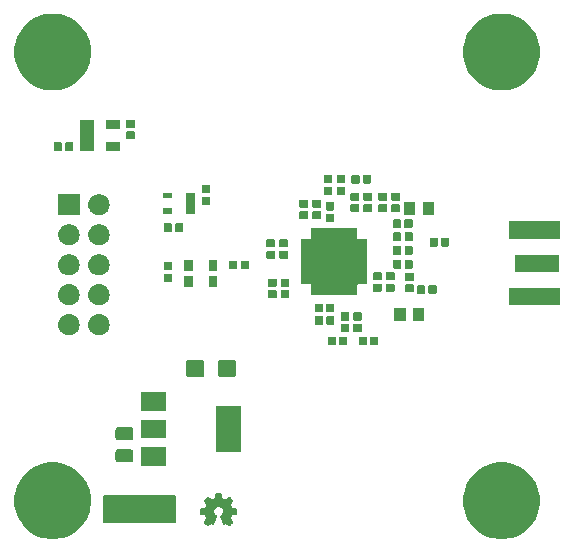
<source format=gts>
G04 #@! TF.GenerationSoftware,KiCad,Pcbnew,(5.0.2)-1*
G04 #@! TF.CreationDate,2019-01-19T12:25:22+11:00*
G04 #@! TF.ProjectId,MAX2870_Dev_Rev_0,4d415832-3837-4305-9f44-65765f526576,rev?*
G04 #@! TF.SameCoordinates,Original*
G04 #@! TF.FileFunction,Soldermask,Top*
G04 #@! TF.FilePolarity,Negative*
%FSLAX46Y46*%
G04 Gerber Fmt 4.6, Leading zero omitted, Abs format (unit mm)*
G04 Created by KiCad (PCBNEW (5.0.2)-1) date 19/01/2019 12:25:22*
%MOMM*%
%LPD*%
G01*
G04 APERTURE LIST*
%ADD10C,0.150000*%
%ADD11C,0.010000*%
%ADD12C,0.100000*%
G04 APERTURE END LIST*
D10*
G04 #@! TO.C,REF\002A\002A*
G36*
X65350000Y-108550000D02*
X71350000Y-108550000D01*
X71350000Y-110800000D01*
X65350000Y-110800000D01*
X65350000Y-108550000D01*
G37*
X65350000Y-108550000D02*
X71350000Y-108550000D01*
X71350000Y-110800000D01*
X65350000Y-110800000D01*
X65350000Y-108550000D01*
D11*
G04 #@! TO.C,*
G36*
X75046025Y-108363358D02*
X75087086Y-108363668D01*
X75123939Y-108364144D01*
X75155448Y-108364763D01*
X75180478Y-108365502D01*
X75197893Y-108366337D01*
X75206557Y-108367244D01*
X75207210Y-108367471D01*
X75209787Y-108373471D01*
X75213922Y-108388787D01*
X75219466Y-108412721D01*
X75226268Y-108444573D01*
X75234179Y-108483644D01*
X75243047Y-108529237D01*
X75250901Y-108570850D01*
X75259151Y-108614601D01*
X75267001Y-108655265D01*
X75274225Y-108691748D01*
X75280599Y-108722957D01*
X75285898Y-108747798D01*
X75289897Y-108765177D01*
X75292372Y-108774000D01*
X75292802Y-108774834D01*
X75299048Y-108778371D01*
X75313151Y-108784916D01*
X75333676Y-108793889D01*
X75359190Y-108804710D01*
X75388258Y-108816800D01*
X75419446Y-108829578D01*
X75451320Y-108842466D01*
X75482447Y-108854882D01*
X75511392Y-108866248D01*
X75536721Y-108875983D01*
X75556999Y-108883508D01*
X75570794Y-108888242D01*
X75576671Y-108889607D01*
X75576678Y-108889605D01*
X75581988Y-108886333D01*
X75594724Y-108877928D01*
X75613948Y-108865025D01*
X75638724Y-108848257D01*
X75668114Y-108828260D01*
X75701180Y-108805669D01*
X75736986Y-108781119D01*
X75745656Y-108775162D01*
X75782085Y-108750277D01*
X75816148Y-108727306D01*
X75846886Y-108706874D01*
X75873339Y-108689606D01*
X75894549Y-108676126D01*
X75909556Y-108667059D01*
X75917401Y-108663028D01*
X75918086Y-108662879D01*
X75923807Y-108666391D01*
X75935602Y-108676292D01*
X75952520Y-108691632D01*
X75973609Y-108711458D01*
X75997919Y-108734820D01*
X76024500Y-108760767D01*
X76052400Y-108788347D01*
X76080669Y-108816609D01*
X76108355Y-108844603D01*
X76134508Y-108871376D01*
X76158178Y-108895978D01*
X76178412Y-108917458D01*
X76194261Y-108934864D01*
X76204774Y-108947246D01*
X76208999Y-108953651D01*
X76209040Y-108953938D01*
X76206243Y-108960058D01*
X76198279Y-108973530D01*
X76185789Y-108993372D01*
X76169410Y-109018598D01*
X76149783Y-109048226D01*
X76127547Y-109081269D01*
X76103341Y-109116745D01*
X76101788Y-109119005D01*
X76077294Y-109154726D01*
X76054499Y-109188139D01*
X76034080Y-109218244D01*
X76016708Y-109244038D01*
X76003060Y-109264521D01*
X75993807Y-109278692D01*
X75989626Y-109285550D01*
X75989568Y-109285670D01*
X75988784Y-109290391D01*
X75989912Y-109298231D01*
X75993299Y-109310143D01*
X75999292Y-109327084D01*
X76008241Y-109350007D01*
X76020491Y-109379867D01*
X76036390Y-109417619D01*
X76044749Y-109437252D01*
X76061018Y-109474852D01*
X76076011Y-109508510D01*
X76089231Y-109537168D01*
X76100175Y-109559772D01*
X76108346Y-109575265D01*
X76113243Y-109582592D01*
X76113710Y-109582948D01*
X76120560Y-109584928D01*
X76136248Y-109588502D01*
X76159616Y-109593434D01*
X76189508Y-109599491D01*
X76224767Y-109606439D01*
X76264236Y-109614044D01*
X76306757Y-109622071D01*
X76311409Y-109622940D01*
X76360146Y-109632180D01*
X76403053Y-109640621D01*
X76439390Y-109648102D01*
X76468418Y-109654463D01*
X76489397Y-109659544D01*
X76501585Y-109663184D01*
X76504451Y-109664714D01*
X76505372Y-109671096D01*
X76506225Y-109686503D01*
X76506989Y-109709798D01*
X76507638Y-109739847D01*
X76508151Y-109775514D01*
X76508503Y-109815663D01*
X76508671Y-109859159D01*
X76508682Y-109870027D01*
X76508649Y-109921548D01*
X76508486Y-109963801D01*
X76508162Y-109997680D01*
X76507647Y-110024077D01*
X76506908Y-110043884D01*
X76505916Y-110057996D01*
X76504639Y-110067303D01*
X76503046Y-110072699D01*
X76501595Y-110074741D01*
X76495095Y-110076999D01*
X76479763Y-110080799D01*
X76456765Y-110085898D01*
X76427271Y-110092050D01*
X76392450Y-110099013D01*
X76353470Y-110106543D01*
X76312365Y-110114236D01*
X76266210Y-110122897D01*
X76224798Y-110130981D01*
X76189062Y-110138286D01*
X76159937Y-110144611D01*
X76138354Y-110149758D01*
X76125249Y-110153525D01*
X76121726Y-110155133D01*
X76117704Y-110161585D01*
X76110714Y-110175987D01*
X76101314Y-110196948D01*
X76090063Y-110223082D01*
X76077519Y-110253000D01*
X76064240Y-110285313D01*
X76050785Y-110318634D01*
X76037712Y-110351575D01*
X76025580Y-110382747D01*
X76014946Y-110410763D01*
X76006369Y-110434233D01*
X76000408Y-110451771D01*
X75997620Y-110461987D01*
X75997556Y-110463842D01*
X76000901Y-110469358D01*
X76009348Y-110482262D01*
X76022236Y-110501573D01*
X76038906Y-110526312D01*
X76058697Y-110555498D01*
X76080948Y-110588151D01*
X76104512Y-110622582D01*
X76128487Y-110657797D01*
X76150526Y-110690662D01*
X76169982Y-110720174D01*
X76186209Y-110745331D01*
X76198558Y-110765130D01*
X76206383Y-110778568D01*
X76209040Y-110784588D01*
X76205537Y-110790258D01*
X76195662Y-110802017D01*
X76180363Y-110818914D01*
X76160590Y-110839997D01*
X76137290Y-110864314D01*
X76111414Y-110890912D01*
X76083908Y-110918838D01*
X76055723Y-110947142D01*
X76027807Y-110974870D01*
X76001109Y-111001071D01*
X75976578Y-111024792D01*
X75955162Y-111045081D01*
X75937810Y-111060985D01*
X75925471Y-111071554D01*
X75919094Y-111075834D01*
X75918792Y-111075880D01*
X75912917Y-111073089D01*
X75899690Y-111065148D01*
X75880102Y-111052705D01*
X75855147Y-111036406D01*
X75825814Y-111016900D01*
X75793098Y-110994834D01*
X75759274Y-110971740D01*
X75724192Y-110947807D01*
X75691493Y-110925813D01*
X75662179Y-110906405D01*
X75637247Y-110890232D01*
X75617696Y-110877942D01*
X75604527Y-110870183D01*
X75598812Y-110867600D01*
X75591386Y-110869920D01*
X75576894Y-110876305D01*
X75557157Y-110885890D01*
X75533991Y-110897810D01*
X75523350Y-110903481D01*
X75497800Y-110916747D01*
X75475514Y-110927375D01*
X75458172Y-110934622D01*
X75447456Y-110937744D01*
X75445823Y-110937771D01*
X75443235Y-110936377D01*
X75439874Y-110932452D01*
X75435467Y-110925381D01*
X75429738Y-110914547D01*
X75422414Y-110899334D01*
X75413220Y-110879125D01*
X75401884Y-110853305D01*
X75388129Y-110821257D01*
X75371684Y-110782365D01*
X75352272Y-110736012D01*
X75329620Y-110681582D01*
X75303454Y-110618459D01*
X75298860Y-110607359D01*
X75276257Y-110552528D01*
X75254911Y-110500342D01*
X75235128Y-110451575D01*
X75217213Y-110406998D01*
X75201473Y-110367386D01*
X75188212Y-110333510D01*
X75177736Y-110306143D01*
X75170352Y-110286060D01*
X75166364Y-110274031D01*
X75165760Y-110270809D01*
X75170949Y-110264897D01*
X75182723Y-110254827D01*
X75199234Y-110242102D01*
X75215173Y-110230629D01*
X75257327Y-110199570D01*
X75291753Y-110170231D01*
X75320203Y-110140682D01*
X75344432Y-110108997D01*
X75366194Y-110073247D01*
X75376863Y-110052918D01*
X75400756Y-109994488D01*
X75415076Y-109934158D01*
X75419979Y-109872953D01*
X75415623Y-109811898D01*
X75402163Y-109752019D01*
X75379756Y-109694342D01*
X75348559Y-109639891D01*
X75308727Y-109589692D01*
X75305664Y-109586411D01*
X75258017Y-109542833D01*
X75204808Y-109507422D01*
X75145354Y-109479755D01*
X75116660Y-109469807D01*
X75099933Y-109464974D01*
X75084165Y-109461632D01*
X75066854Y-109459519D01*
X75045497Y-109458373D01*
X75017593Y-109457935D01*
X75002540Y-109457900D01*
X74970915Y-109458110D01*
X74946936Y-109458916D01*
X74928093Y-109460578D01*
X74911877Y-109463357D01*
X74895778Y-109467516D01*
X74888240Y-109469802D01*
X74826246Y-109494205D01*
X74769961Y-109526690D01*
X74719969Y-109566763D01*
X74676854Y-109613933D01*
X74641201Y-109667707D01*
X74631329Y-109686500D01*
X74610756Y-109733357D01*
X74597234Y-109777726D01*
X74589860Y-109823443D01*
X74587727Y-109871920D01*
X74592586Y-109936989D01*
X74606992Y-109999065D01*
X74630688Y-110057510D01*
X74663416Y-110111687D01*
X74703955Y-110159975D01*
X74722140Y-110176971D01*
X74745762Y-110196791D01*
X74771748Y-110217052D01*
X74797023Y-110235368D01*
X74818514Y-110249354D01*
X74821139Y-110250883D01*
X74832832Y-110259785D01*
X74839872Y-110269264D01*
X74840325Y-110270648D01*
X74838872Y-110277322D01*
X74833641Y-110292833D01*
X74824832Y-110316671D01*
X74812647Y-110348326D01*
X74797287Y-110387287D01*
X74778953Y-110433043D01*
X74757846Y-110485085D01*
X74734166Y-110542901D01*
X74710728Y-110599679D01*
X74688300Y-110653781D01*
X74666914Y-110705286D01*
X74646903Y-110753399D01*
X74628599Y-110797325D01*
X74612334Y-110836268D01*
X74598442Y-110869433D01*
X74587253Y-110896026D01*
X74579102Y-110915249D01*
X74574319Y-110926309D01*
X74573253Y-110928609D01*
X74565020Y-110936716D01*
X74558211Y-110938720D01*
X74550498Y-110936394D01*
X74535745Y-110929995D01*
X74515790Y-110920387D01*
X74492470Y-110908437D01*
X74481642Y-110902672D01*
X74451834Y-110887192D01*
X74428316Y-110876189D01*
X74411875Y-110870007D01*
X74403822Y-110868837D01*
X74396680Y-110872269D01*
X74382538Y-110880700D01*
X74362709Y-110893286D01*
X74338506Y-110909184D01*
X74311241Y-110927551D01*
X74293880Y-110939461D01*
X74246962Y-110971822D01*
X74207682Y-110998815D01*
X74175352Y-111020892D01*
X74149281Y-111038506D01*
X74128781Y-111052109D01*
X74113163Y-111062155D01*
X74101739Y-111069097D01*
X74093819Y-111073388D01*
X74088714Y-111075480D01*
X74086387Y-111075880D01*
X74081121Y-111072399D01*
X74069535Y-111062478D01*
X74052460Y-111046897D01*
X74030721Y-111026437D01*
X74005148Y-111001880D01*
X73976568Y-110974006D01*
X73945809Y-110943597D01*
X73939731Y-110937541D01*
X73908736Y-110906470D01*
X73880010Y-110877382D01*
X73854357Y-110851112D01*
X73832577Y-110828494D01*
X73815473Y-110810363D01*
X73803847Y-110797552D01*
X73798501Y-110790896D01*
X73798266Y-110790413D01*
X73797367Y-110787436D01*
X73797052Y-110784393D01*
X73797835Y-110780460D01*
X73800226Y-110774812D01*
X73804737Y-110766624D01*
X73811879Y-110755072D01*
X73822165Y-110739330D01*
X73836105Y-110718575D01*
X73854212Y-110691980D01*
X73876996Y-110658721D01*
X73904969Y-110617973D01*
X73907515Y-110614266D01*
X73931161Y-110579625D01*
X73952865Y-110547438D01*
X73971973Y-110518706D01*
X73987831Y-110494428D01*
X73999785Y-110475605D01*
X74007181Y-110463237D01*
X74009400Y-110458469D01*
X74007571Y-110452070D01*
X74002390Y-110437455D01*
X73994314Y-110415826D01*
X73983802Y-110388385D01*
X73971312Y-110356333D01*
X73957300Y-110320874D01*
X73950294Y-110303307D01*
X73932557Y-110259314D01*
X73918005Y-110224051D01*
X73906276Y-110196727D01*
X73897006Y-110176551D01*
X73889833Y-110162734D01*
X73884394Y-110154485D01*
X73880444Y-110151059D01*
X73873085Y-110149121D01*
X73856936Y-110145609D01*
X73833202Y-110140762D01*
X73803091Y-110134819D01*
X73767809Y-110128018D01*
X73728562Y-110120597D01*
X73689921Y-110113414D01*
X73648281Y-110105616D01*
X73609669Y-110098154D01*
X73575261Y-110091273D01*
X73546230Y-110085217D01*
X73523751Y-110080232D01*
X73508998Y-110076560D01*
X73503231Y-110074531D01*
X73501433Y-110071360D01*
X73499961Y-110064541D01*
X73498785Y-110053211D01*
X73497877Y-110036509D01*
X73497207Y-110013571D01*
X73496746Y-109983536D01*
X73496465Y-109945541D01*
X73496336Y-109898724D01*
X73496320Y-109868875D01*
X73496320Y-109668954D01*
X73507750Y-109661902D01*
X73515237Y-109659400D01*
X73531536Y-109655372D01*
X73555455Y-109650066D01*
X73585802Y-109643732D01*
X73621384Y-109636617D01*
X73661009Y-109628971D01*
X73703486Y-109621042D01*
X73704600Y-109620838D01*
X73746876Y-109612950D01*
X73786108Y-109605374D01*
X73821145Y-109598352D01*
X73850836Y-109592126D01*
X73874030Y-109586937D01*
X73889576Y-109583026D01*
X73896323Y-109580637D01*
X73896405Y-109580566D01*
X73900090Y-109574301D01*
X73907022Y-109560106D01*
X73916577Y-109539428D01*
X73928134Y-109513713D01*
X73941070Y-109484406D01*
X73954763Y-109452954D01*
X73968591Y-109420802D01*
X73981931Y-109389397D01*
X73994161Y-109360185D01*
X74004659Y-109334611D01*
X74012803Y-109314123D01*
X74017969Y-109300165D01*
X74019560Y-109294394D01*
X74016767Y-109288575D01*
X74008811Y-109275372D01*
X73996319Y-109255749D01*
X73979924Y-109230667D01*
X73960254Y-109201089D01*
X73937939Y-109167976D01*
X73913611Y-109132293D01*
X73909742Y-109126655D01*
X73885048Y-109090538D01*
X73862155Y-109056750D01*
X73841713Y-109026274D01*
X73824371Y-109000088D01*
X73810778Y-108979175D01*
X73801583Y-108964516D01*
X73797434Y-108957090D01*
X73797293Y-108956684D01*
X73798054Y-108952579D01*
X73802214Y-108945668D01*
X73810317Y-108935355D01*
X73822905Y-108921048D01*
X73840521Y-108902154D01*
X73863708Y-108878078D01*
X73893008Y-108848226D01*
X73928964Y-108812005D01*
X73936199Y-108804749D01*
X73972218Y-108768889D01*
X74004356Y-108737378D01*
X74032068Y-108710731D01*
X74054806Y-108689461D01*
X74072023Y-108674081D01*
X74083174Y-108665105D01*
X74087325Y-108662880D01*
X74093560Y-108665672D01*
X74107156Y-108673627D01*
X74127133Y-108686110D01*
X74152508Y-108702487D01*
X74182300Y-108722122D01*
X74215526Y-108744382D01*
X74251205Y-108768631D01*
X74255086Y-108771289D01*
X74291100Y-108795928D01*
X74324822Y-108818914D01*
X74355253Y-108839573D01*
X74381395Y-108857230D01*
X74402248Y-108871211D01*
X74416815Y-108880841D01*
X74424096Y-108885446D01*
X74424352Y-108885587D01*
X74428805Y-108886941D01*
X74435339Y-108886744D01*
X74445059Y-108884631D01*
X74459068Y-108880234D01*
X74478471Y-108873187D01*
X74504373Y-108863124D01*
X74537877Y-108849677D01*
X74561512Y-108840068D01*
X74603366Y-108822981D01*
X74636788Y-108809243D01*
X74662760Y-108798382D01*
X74682264Y-108789926D01*
X74696281Y-108783403D01*
X74705795Y-108778340D01*
X74711786Y-108774266D01*
X74715236Y-108770708D01*
X74717128Y-108767193D01*
X74717945Y-108764840D01*
X74719560Y-108757736D01*
X74722793Y-108741805D01*
X74727420Y-108718215D01*
X74733216Y-108688129D01*
X74739958Y-108652714D01*
X74747420Y-108613135D01*
X74755378Y-108570558D01*
X74756195Y-108566168D01*
X74764252Y-108523481D01*
X74771968Y-108483799D01*
X74779104Y-108448266D01*
X74785420Y-108418028D01*
X74790676Y-108394228D01*
X74794633Y-108378012D01*
X74797050Y-108370524D01*
X74797212Y-108370283D01*
X74800242Y-108368437D01*
X74806563Y-108366928D01*
X74817063Y-108365727D01*
X74832633Y-108364801D01*
X74854159Y-108364121D01*
X74882532Y-108363657D01*
X74918639Y-108363376D01*
X74963370Y-108363250D01*
X75001892Y-108363237D01*
X75046025Y-108363358D01*
X75046025Y-108363358D01*
G37*
X75046025Y-108363358D02*
X75087086Y-108363668D01*
X75123939Y-108364144D01*
X75155448Y-108364763D01*
X75180478Y-108365502D01*
X75197893Y-108366337D01*
X75206557Y-108367244D01*
X75207210Y-108367471D01*
X75209787Y-108373471D01*
X75213922Y-108388787D01*
X75219466Y-108412721D01*
X75226268Y-108444573D01*
X75234179Y-108483644D01*
X75243047Y-108529237D01*
X75250901Y-108570850D01*
X75259151Y-108614601D01*
X75267001Y-108655265D01*
X75274225Y-108691748D01*
X75280599Y-108722957D01*
X75285898Y-108747798D01*
X75289897Y-108765177D01*
X75292372Y-108774000D01*
X75292802Y-108774834D01*
X75299048Y-108778371D01*
X75313151Y-108784916D01*
X75333676Y-108793889D01*
X75359190Y-108804710D01*
X75388258Y-108816800D01*
X75419446Y-108829578D01*
X75451320Y-108842466D01*
X75482447Y-108854882D01*
X75511392Y-108866248D01*
X75536721Y-108875983D01*
X75556999Y-108883508D01*
X75570794Y-108888242D01*
X75576671Y-108889607D01*
X75576678Y-108889605D01*
X75581988Y-108886333D01*
X75594724Y-108877928D01*
X75613948Y-108865025D01*
X75638724Y-108848257D01*
X75668114Y-108828260D01*
X75701180Y-108805669D01*
X75736986Y-108781119D01*
X75745656Y-108775162D01*
X75782085Y-108750277D01*
X75816148Y-108727306D01*
X75846886Y-108706874D01*
X75873339Y-108689606D01*
X75894549Y-108676126D01*
X75909556Y-108667059D01*
X75917401Y-108663028D01*
X75918086Y-108662879D01*
X75923807Y-108666391D01*
X75935602Y-108676292D01*
X75952520Y-108691632D01*
X75973609Y-108711458D01*
X75997919Y-108734820D01*
X76024500Y-108760767D01*
X76052400Y-108788347D01*
X76080669Y-108816609D01*
X76108355Y-108844603D01*
X76134508Y-108871376D01*
X76158178Y-108895978D01*
X76178412Y-108917458D01*
X76194261Y-108934864D01*
X76204774Y-108947246D01*
X76208999Y-108953651D01*
X76209040Y-108953938D01*
X76206243Y-108960058D01*
X76198279Y-108973530D01*
X76185789Y-108993372D01*
X76169410Y-109018598D01*
X76149783Y-109048226D01*
X76127547Y-109081269D01*
X76103341Y-109116745D01*
X76101788Y-109119005D01*
X76077294Y-109154726D01*
X76054499Y-109188139D01*
X76034080Y-109218244D01*
X76016708Y-109244038D01*
X76003060Y-109264521D01*
X75993807Y-109278692D01*
X75989626Y-109285550D01*
X75989568Y-109285670D01*
X75988784Y-109290391D01*
X75989912Y-109298231D01*
X75993299Y-109310143D01*
X75999292Y-109327084D01*
X76008241Y-109350007D01*
X76020491Y-109379867D01*
X76036390Y-109417619D01*
X76044749Y-109437252D01*
X76061018Y-109474852D01*
X76076011Y-109508510D01*
X76089231Y-109537168D01*
X76100175Y-109559772D01*
X76108346Y-109575265D01*
X76113243Y-109582592D01*
X76113710Y-109582948D01*
X76120560Y-109584928D01*
X76136248Y-109588502D01*
X76159616Y-109593434D01*
X76189508Y-109599491D01*
X76224767Y-109606439D01*
X76264236Y-109614044D01*
X76306757Y-109622071D01*
X76311409Y-109622940D01*
X76360146Y-109632180D01*
X76403053Y-109640621D01*
X76439390Y-109648102D01*
X76468418Y-109654463D01*
X76489397Y-109659544D01*
X76501585Y-109663184D01*
X76504451Y-109664714D01*
X76505372Y-109671096D01*
X76506225Y-109686503D01*
X76506989Y-109709798D01*
X76507638Y-109739847D01*
X76508151Y-109775514D01*
X76508503Y-109815663D01*
X76508671Y-109859159D01*
X76508682Y-109870027D01*
X76508649Y-109921548D01*
X76508486Y-109963801D01*
X76508162Y-109997680D01*
X76507647Y-110024077D01*
X76506908Y-110043884D01*
X76505916Y-110057996D01*
X76504639Y-110067303D01*
X76503046Y-110072699D01*
X76501595Y-110074741D01*
X76495095Y-110076999D01*
X76479763Y-110080799D01*
X76456765Y-110085898D01*
X76427271Y-110092050D01*
X76392450Y-110099013D01*
X76353470Y-110106543D01*
X76312365Y-110114236D01*
X76266210Y-110122897D01*
X76224798Y-110130981D01*
X76189062Y-110138286D01*
X76159937Y-110144611D01*
X76138354Y-110149758D01*
X76125249Y-110153525D01*
X76121726Y-110155133D01*
X76117704Y-110161585D01*
X76110714Y-110175987D01*
X76101314Y-110196948D01*
X76090063Y-110223082D01*
X76077519Y-110253000D01*
X76064240Y-110285313D01*
X76050785Y-110318634D01*
X76037712Y-110351575D01*
X76025580Y-110382747D01*
X76014946Y-110410763D01*
X76006369Y-110434233D01*
X76000408Y-110451771D01*
X75997620Y-110461987D01*
X75997556Y-110463842D01*
X76000901Y-110469358D01*
X76009348Y-110482262D01*
X76022236Y-110501573D01*
X76038906Y-110526312D01*
X76058697Y-110555498D01*
X76080948Y-110588151D01*
X76104512Y-110622582D01*
X76128487Y-110657797D01*
X76150526Y-110690662D01*
X76169982Y-110720174D01*
X76186209Y-110745331D01*
X76198558Y-110765130D01*
X76206383Y-110778568D01*
X76209040Y-110784588D01*
X76205537Y-110790258D01*
X76195662Y-110802017D01*
X76180363Y-110818914D01*
X76160590Y-110839997D01*
X76137290Y-110864314D01*
X76111414Y-110890912D01*
X76083908Y-110918838D01*
X76055723Y-110947142D01*
X76027807Y-110974870D01*
X76001109Y-111001071D01*
X75976578Y-111024792D01*
X75955162Y-111045081D01*
X75937810Y-111060985D01*
X75925471Y-111071554D01*
X75919094Y-111075834D01*
X75918792Y-111075880D01*
X75912917Y-111073089D01*
X75899690Y-111065148D01*
X75880102Y-111052705D01*
X75855147Y-111036406D01*
X75825814Y-111016900D01*
X75793098Y-110994834D01*
X75759274Y-110971740D01*
X75724192Y-110947807D01*
X75691493Y-110925813D01*
X75662179Y-110906405D01*
X75637247Y-110890232D01*
X75617696Y-110877942D01*
X75604527Y-110870183D01*
X75598812Y-110867600D01*
X75591386Y-110869920D01*
X75576894Y-110876305D01*
X75557157Y-110885890D01*
X75533991Y-110897810D01*
X75523350Y-110903481D01*
X75497800Y-110916747D01*
X75475514Y-110927375D01*
X75458172Y-110934622D01*
X75447456Y-110937744D01*
X75445823Y-110937771D01*
X75443235Y-110936377D01*
X75439874Y-110932452D01*
X75435467Y-110925381D01*
X75429738Y-110914547D01*
X75422414Y-110899334D01*
X75413220Y-110879125D01*
X75401884Y-110853305D01*
X75388129Y-110821257D01*
X75371684Y-110782365D01*
X75352272Y-110736012D01*
X75329620Y-110681582D01*
X75303454Y-110618459D01*
X75298860Y-110607359D01*
X75276257Y-110552528D01*
X75254911Y-110500342D01*
X75235128Y-110451575D01*
X75217213Y-110406998D01*
X75201473Y-110367386D01*
X75188212Y-110333510D01*
X75177736Y-110306143D01*
X75170352Y-110286060D01*
X75166364Y-110274031D01*
X75165760Y-110270809D01*
X75170949Y-110264897D01*
X75182723Y-110254827D01*
X75199234Y-110242102D01*
X75215173Y-110230629D01*
X75257327Y-110199570D01*
X75291753Y-110170231D01*
X75320203Y-110140682D01*
X75344432Y-110108997D01*
X75366194Y-110073247D01*
X75376863Y-110052918D01*
X75400756Y-109994488D01*
X75415076Y-109934158D01*
X75419979Y-109872953D01*
X75415623Y-109811898D01*
X75402163Y-109752019D01*
X75379756Y-109694342D01*
X75348559Y-109639891D01*
X75308727Y-109589692D01*
X75305664Y-109586411D01*
X75258017Y-109542833D01*
X75204808Y-109507422D01*
X75145354Y-109479755D01*
X75116660Y-109469807D01*
X75099933Y-109464974D01*
X75084165Y-109461632D01*
X75066854Y-109459519D01*
X75045497Y-109458373D01*
X75017593Y-109457935D01*
X75002540Y-109457900D01*
X74970915Y-109458110D01*
X74946936Y-109458916D01*
X74928093Y-109460578D01*
X74911877Y-109463357D01*
X74895778Y-109467516D01*
X74888240Y-109469802D01*
X74826246Y-109494205D01*
X74769961Y-109526690D01*
X74719969Y-109566763D01*
X74676854Y-109613933D01*
X74641201Y-109667707D01*
X74631329Y-109686500D01*
X74610756Y-109733357D01*
X74597234Y-109777726D01*
X74589860Y-109823443D01*
X74587727Y-109871920D01*
X74592586Y-109936989D01*
X74606992Y-109999065D01*
X74630688Y-110057510D01*
X74663416Y-110111687D01*
X74703955Y-110159975D01*
X74722140Y-110176971D01*
X74745762Y-110196791D01*
X74771748Y-110217052D01*
X74797023Y-110235368D01*
X74818514Y-110249354D01*
X74821139Y-110250883D01*
X74832832Y-110259785D01*
X74839872Y-110269264D01*
X74840325Y-110270648D01*
X74838872Y-110277322D01*
X74833641Y-110292833D01*
X74824832Y-110316671D01*
X74812647Y-110348326D01*
X74797287Y-110387287D01*
X74778953Y-110433043D01*
X74757846Y-110485085D01*
X74734166Y-110542901D01*
X74710728Y-110599679D01*
X74688300Y-110653781D01*
X74666914Y-110705286D01*
X74646903Y-110753399D01*
X74628599Y-110797325D01*
X74612334Y-110836268D01*
X74598442Y-110869433D01*
X74587253Y-110896026D01*
X74579102Y-110915249D01*
X74574319Y-110926309D01*
X74573253Y-110928609D01*
X74565020Y-110936716D01*
X74558211Y-110938720D01*
X74550498Y-110936394D01*
X74535745Y-110929995D01*
X74515790Y-110920387D01*
X74492470Y-110908437D01*
X74481642Y-110902672D01*
X74451834Y-110887192D01*
X74428316Y-110876189D01*
X74411875Y-110870007D01*
X74403822Y-110868837D01*
X74396680Y-110872269D01*
X74382538Y-110880700D01*
X74362709Y-110893286D01*
X74338506Y-110909184D01*
X74311241Y-110927551D01*
X74293880Y-110939461D01*
X74246962Y-110971822D01*
X74207682Y-110998815D01*
X74175352Y-111020892D01*
X74149281Y-111038506D01*
X74128781Y-111052109D01*
X74113163Y-111062155D01*
X74101739Y-111069097D01*
X74093819Y-111073388D01*
X74088714Y-111075480D01*
X74086387Y-111075880D01*
X74081121Y-111072399D01*
X74069535Y-111062478D01*
X74052460Y-111046897D01*
X74030721Y-111026437D01*
X74005148Y-111001880D01*
X73976568Y-110974006D01*
X73945809Y-110943597D01*
X73939731Y-110937541D01*
X73908736Y-110906470D01*
X73880010Y-110877382D01*
X73854357Y-110851112D01*
X73832577Y-110828494D01*
X73815473Y-110810363D01*
X73803847Y-110797552D01*
X73798501Y-110790896D01*
X73798266Y-110790413D01*
X73797367Y-110787436D01*
X73797052Y-110784393D01*
X73797835Y-110780460D01*
X73800226Y-110774812D01*
X73804737Y-110766624D01*
X73811879Y-110755072D01*
X73822165Y-110739330D01*
X73836105Y-110718575D01*
X73854212Y-110691980D01*
X73876996Y-110658721D01*
X73904969Y-110617973D01*
X73907515Y-110614266D01*
X73931161Y-110579625D01*
X73952865Y-110547438D01*
X73971973Y-110518706D01*
X73987831Y-110494428D01*
X73999785Y-110475605D01*
X74007181Y-110463237D01*
X74009400Y-110458469D01*
X74007571Y-110452070D01*
X74002390Y-110437455D01*
X73994314Y-110415826D01*
X73983802Y-110388385D01*
X73971312Y-110356333D01*
X73957300Y-110320874D01*
X73950294Y-110303307D01*
X73932557Y-110259314D01*
X73918005Y-110224051D01*
X73906276Y-110196727D01*
X73897006Y-110176551D01*
X73889833Y-110162734D01*
X73884394Y-110154485D01*
X73880444Y-110151059D01*
X73873085Y-110149121D01*
X73856936Y-110145609D01*
X73833202Y-110140762D01*
X73803091Y-110134819D01*
X73767809Y-110128018D01*
X73728562Y-110120597D01*
X73689921Y-110113414D01*
X73648281Y-110105616D01*
X73609669Y-110098154D01*
X73575261Y-110091273D01*
X73546230Y-110085217D01*
X73523751Y-110080232D01*
X73508998Y-110076560D01*
X73503231Y-110074531D01*
X73501433Y-110071360D01*
X73499961Y-110064541D01*
X73498785Y-110053211D01*
X73497877Y-110036509D01*
X73497207Y-110013571D01*
X73496746Y-109983536D01*
X73496465Y-109945541D01*
X73496336Y-109898724D01*
X73496320Y-109868875D01*
X73496320Y-109668954D01*
X73507750Y-109661902D01*
X73515237Y-109659400D01*
X73531536Y-109655372D01*
X73555455Y-109650066D01*
X73585802Y-109643732D01*
X73621384Y-109636617D01*
X73661009Y-109628971D01*
X73703486Y-109621042D01*
X73704600Y-109620838D01*
X73746876Y-109612950D01*
X73786108Y-109605374D01*
X73821145Y-109598352D01*
X73850836Y-109592126D01*
X73874030Y-109586937D01*
X73889576Y-109583026D01*
X73896323Y-109580637D01*
X73896405Y-109580566D01*
X73900090Y-109574301D01*
X73907022Y-109560106D01*
X73916577Y-109539428D01*
X73928134Y-109513713D01*
X73941070Y-109484406D01*
X73954763Y-109452954D01*
X73968591Y-109420802D01*
X73981931Y-109389397D01*
X73994161Y-109360185D01*
X74004659Y-109334611D01*
X74012803Y-109314123D01*
X74017969Y-109300165D01*
X74019560Y-109294394D01*
X74016767Y-109288575D01*
X74008811Y-109275372D01*
X73996319Y-109255749D01*
X73979924Y-109230667D01*
X73960254Y-109201089D01*
X73937939Y-109167976D01*
X73913611Y-109132293D01*
X73909742Y-109126655D01*
X73885048Y-109090538D01*
X73862155Y-109056750D01*
X73841713Y-109026274D01*
X73824371Y-109000088D01*
X73810778Y-108979175D01*
X73801583Y-108964516D01*
X73797434Y-108957090D01*
X73797293Y-108956684D01*
X73798054Y-108952579D01*
X73802214Y-108945668D01*
X73810317Y-108935355D01*
X73822905Y-108921048D01*
X73840521Y-108902154D01*
X73863708Y-108878078D01*
X73893008Y-108848226D01*
X73928964Y-108812005D01*
X73936199Y-108804749D01*
X73972218Y-108768889D01*
X74004356Y-108737378D01*
X74032068Y-108710731D01*
X74054806Y-108689461D01*
X74072023Y-108674081D01*
X74083174Y-108665105D01*
X74087325Y-108662880D01*
X74093560Y-108665672D01*
X74107156Y-108673627D01*
X74127133Y-108686110D01*
X74152508Y-108702487D01*
X74182300Y-108722122D01*
X74215526Y-108744382D01*
X74251205Y-108768631D01*
X74255086Y-108771289D01*
X74291100Y-108795928D01*
X74324822Y-108818914D01*
X74355253Y-108839573D01*
X74381395Y-108857230D01*
X74402248Y-108871211D01*
X74416815Y-108880841D01*
X74424096Y-108885446D01*
X74424352Y-108885587D01*
X74428805Y-108886941D01*
X74435339Y-108886744D01*
X74445059Y-108884631D01*
X74459068Y-108880234D01*
X74478471Y-108873187D01*
X74504373Y-108863124D01*
X74537877Y-108849677D01*
X74561512Y-108840068D01*
X74603366Y-108822981D01*
X74636788Y-108809243D01*
X74662760Y-108798382D01*
X74682264Y-108789926D01*
X74696281Y-108783403D01*
X74705795Y-108778340D01*
X74711786Y-108774266D01*
X74715236Y-108770708D01*
X74717128Y-108767193D01*
X74717945Y-108764840D01*
X74719560Y-108757736D01*
X74722793Y-108741805D01*
X74727420Y-108718215D01*
X74733216Y-108688129D01*
X74739958Y-108652714D01*
X74747420Y-108613135D01*
X74755378Y-108570558D01*
X74756195Y-108566168D01*
X74764252Y-108523481D01*
X74771968Y-108483799D01*
X74779104Y-108448266D01*
X74785420Y-108418028D01*
X74790676Y-108394228D01*
X74794633Y-108378012D01*
X74797050Y-108370524D01*
X74797212Y-108370283D01*
X74800242Y-108368437D01*
X74806563Y-108366928D01*
X74817063Y-108365727D01*
X74832633Y-108364801D01*
X74854159Y-108364121D01*
X74882532Y-108363657D01*
X74918639Y-108363376D01*
X74963370Y-108363250D01*
X75001892Y-108363237D01*
X75046025Y-108363358D01*
D12*
G36*
X99634239Y-105811467D02*
X99948282Y-105873934D01*
X100539926Y-106119001D01*
X100829523Y-106312504D01*
X101072395Y-106474786D01*
X101525214Y-106927605D01*
X101525216Y-106927608D01*
X101880999Y-107460074D01*
X102002724Y-107753944D01*
X102126066Y-108051719D01*
X102251000Y-108679803D01*
X102251000Y-109320197D01*
X102188533Y-109634239D01*
X102126066Y-109948282D01*
X101880999Y-110539926D01*
X101633265Y-110910685D01*
X101525214Y-111072395D01*
X101072395Y-111525214D01*
X101072392Y-111525216D01*
X100539926Y-111880999D01*
X99948282Y-112126066D01*
X99634239Y-112188533D01*
X99320197Y-112251000D01*
X98679803Y-112251000D01*
X98365761Y-112188533D01*
X98051718Y-112126066D01*
X97460074Y-111880999D01*
X96927608Y-111525216D01*
X96927605Y-111525214D01*
X96474786Y-111072395D01*
X96366735Y-110910685D01*
X96119001Y-110539926D01*
X95873934Y-109948282D01*
X95811467Y-109634239D01*
X95749000Y-109320197D01*
X95749000Y-108679803D01*
X95873934Y-108051719D01*
X95997276Y-107753944D01*
X96119001Y-107460074D01*
X96474784Y-106927608D01*
X96474786Y-106927605D01*
X96927605Y-106474786D01*
X97170477Y-106312504D01*
X97460074Y-106119001D01*
X98051718Y-105873934D01*
X98365761Y-105811467D01*
X98679803Y-105749000D01*
X99320197Y-105749000D01*
X99634239Y-105811467D01*
X99634239Y-105811467D01*
G37*
G36*
X61634239Y-105811467D02*
X61948282Y-105873934D01*
X62539926Y-106119001D01*
X62829523Y-106312504D01*
X63072395Y-106474786D01*
X63525214Y-106927605D01*
X63525216Y-106927608D01*
X63880999Y-107460074D01*
X64002724Y-107753944D01*
X64126066Y-108051719D01*
X64251000Y-108679803D01*
X64251000Y-109320197D01*
X64188533Y-109634239D01*
X64126066Y-109948282D01*
X63880999Y-110539926D01*
X63633265Y-110910685D01*
X63525214Y-111072395D01*
X63072395Y-111525214D01*
X63072392Y-111525216D01*
X62539926Y-111880999D01*
X61948282Y-112126066D01*
X61634239Y-112188533D01*
X61320197Y-112251000D01*
X60679803Y-112251000D01*
X60365761Y-112188533D01*
X60051718Y-112126066D01*
X59460074Y-111880999D01*
X58927608Y-111525216D01*
X58927605Y-111525214D01*
X58474786Y-111072395D01*
X58366735Y-110910685D01*
X58119001Y-110539926D01*
X57873934Y-109948282D01*
X57811467Y-109634239D01*
X57749000Y-109320197D01*
X57749000Y-108679803D01*
X57873934Y-108051719D01*
X57997276Y-107753944D01*
X58119001Y-107460074D01*
X58474784Y-106927608D01*
X58474786Y-106927605D01*
X58927605Y-106474786D01*
X59170477Y-106312504D01*
X59460074Y-106119001D01*
X60051718Y-105873934D01*
X60365761Y-105811467D01*
X60679803Y-105749000D01*
X61320197Y-105749000D01*
X61634239Y-105811467D01*
X61634239Y-105811467D01*
G37*
G36*
X70611000Y-106021000D02*
X68509000Y-106021000D01*
X68509000Y-104419000D01*
X70611000Y-104419000D01*
X70611000Y-106021000D01*
X70611000Y-106021000D01*
G37*
G36*
X67654466Y-104653565D02*
X67693137Y-104665296D01*
X67728779Y-104684348D01*
X67760017Y-104709983D01*
X67785652Y-104741221D01*
X67804704Y-104776863D01*
X67816435Y-104815534D01*
X67821000Y-104861888D01*
X67821000Y-105513112D01*
X67816435Y-105559466D01*
X67804704Y-105598137D01*
X67785652Y-105633779D01*
X67760017Y-105665017D01*
X67728779Y-105690652D01*
X67693137Y-105709704D01*
X67654466Y-105721435D01*
X67608112Y-105726000D01*
X66531888Y-105726000D01*
X66485534Y-105721435D01*
X66446863Y-105709704D01*
X66411221Y-105690652D01*
X66379983Y-105665017D01*
X66354348Y-105633779D01*
X66335296Y-105598137D01*
X66323565Y-105559466D01*
X66319000Y-105513112D01*
X66319000Y-104861888D01*
X66323565Y-104815534D01*
X66335296Y-104776863D01*
X66354348Y-104741221D01*
X66379983Y-104709983D01*
X66411221Y-104684348D01*
X66446863Y-104665296D01*
X66485534Y-104653565D01*
X66531888Y-104649000D01*
X67608112Y-104649000D01*
X67654466Y-104653565D01*
X67654466Y-104653565D01*
G37*
G36*
X76911000Y-104871000D02*
X74809000Y-104871000D01*
X74809000Y-100969000D01*
X76911000Y-100969000D01*
X76911000Y-104871000D01*
X76911000Y-104871000D01*
G37*
G36*
X67654466Y-102778565D02*
X67693137Y-102790296D01*
X67728779Y-102809348D01*
X67760017Y-102834983D01*
X67785652Y-102866221D01*
X67804704Y-102901863D01*
X67816435Y-102940534D01*
X67821000Y-102986888D01*
X67821000Y-103638112D01*
X67816435Y-103684466D01*
X67804704Y-103723137D01*
X67785652Y-103758779D01*
X67760017Y-103790017D01*
X67728779Y-103815652D01*
X67693137Y-103834704D01*
X67654466Y-103846435D01*
X67608112Y-103851000D01*
X66531888Y-103851000D01*
X66485534Y-103846435D01*
X66446863Y-103834704D01*
X66411221Y-103815652D01*
X66379983Y-103790017D01*
X66354348Y-103758779D01*
X66335296Y-103723137D01*
X66323565Y-103684466D01*
X66319000Y-103638112D01*
X66319000Y-102986888D01*
X66323565Y-102940534D01*
X66335296Y-102901863D01*
X66354348Y-102866221D01*
X66379983Y-102834983D01*
X66411221Y-102809348D01*
X66446863Y-102790296D01*
X66485534Y-102778565D01*
X66531888Y-102774000D01*
X67608112Y-102774000D01*
X67654466Y-102778565D01*
X67654466Y-102778565D01*
G37*
G36*
X70611000Y-103721000D02*
X68509000Y-103721000D01*
X68509000Y-102119000D01*
X70611000Y-102119000D01*
X70611000Y-103721000D01*
X70611000Y-103721000D01*
G37*
G36*
X70611000Y-101421000D02*
X68509000Y-101421000D01*
X68509000Y-99819000D01*
X70611000Y-99819000D01*
X70611000Y-101421000D01*
X70611000Y-101421000D01*
G37*
G36*
X76357797Y-97088247D02*
X76393367Y-97099037D01*
X76426139Y-97116554D01*
X76454869Y-97140131D01*
X76478446Y-97168861D01*
X76495963Y-97201633D01*
X76506753Y-97237203D01*
X76511000Y-97280324D01*
X76511000Y-98339676D01*
X76506753Y-98382797D01*
X76495963Y-98418367D01*
X76478446Y-98451139D01*
X76454869Y-98479869D01*
X76426139Y-98503446D01*
X76393367Y-98520963D01*
X76357797Y-98531753D01*
X76314676Y-98536000D01*
X75205324Y-98536000D01*
X75162203Y-98531753D01*
X75126633Y-98520963D01*
X75093861Y-98503446D01*
X75065131Y-98479869D01*
X75041554Y-98451139D01*
X75024037Y-98418367D01*
X75013247Y-98382797D01*
X75009000Y-98339676D01*
X75009000Y-97280324D01*
X75013247Y-97237203D01*
X75024037Y-97201633D01*
X75041554Y-97168861D01*
X75065131Y-97140131D01*
X75093861Y-97116554D01*
X75126633Y-97099037D01*
X75162203Y-97088247D01*
X75205324Y-97084000D01*
X76314676Y-97084000D01*
X76357797Y-97088247D01*
X76357797Y-97088247D01*
G37*
G36*
X73657797Y-97088247D02*
X73693367Y-97099037D01*
X73726139Y-97116554D01*
X73754869Y-97140131D01*
X73778446Y-97168861D01*
X73795963Y-97201633D01*
X73806753Y-97237203D01*
X73811000Y-97280324D01*
X73811000Y-98339676D01*
X73806753Y-98382797D01*
X73795963Y-98418367D01*
X73778446Y-98451139D01*
X73754869Y-98479869D01*
X73726139Y-98503446D01*
X73693367Y-98520963D01*
X73657797Y-98531753D01*
X73614676Y-98536000D01*
X72505324Y-98536000D01*
X72462203Y-98531753D01*
X72426633Y-98520963D01*
X72393861Y-98503446D01*
X72365131Y-98479869D01*
X72341554Y-98451139D01*
X72324037Y-98418367D01*
X72313247Y-98382797D01*
X72309000Y-98339676D01*
X72309000Y-97280324D01*
X72313247Y-97237203D01*
X72324037Y-97201633D01*
X72341554Y-97168861D01*
X72365131Y-97140131D01*
X72393861Y-97116554D01*
X72426633Y-97099037D01*
X72462203Y-97088247D01*
X72505324Y-97084000D01*
X73614676Y-97084000D01*
X73657797Y-97088247D01*
X73657797Y-97088247D01*
G37*
G36*
X88491938Y-95106716D02*
X88512556Y-95112970D01*
X88531556Y-95123126D01*
X88548208Y-95136792D01*
X88561874Y-95153444D01*
X88572030Y-95172444D01*
X88578284Y-95193062D01*
X88581000Y-95220640D01*
X88581000Y-95729360D01*
X88578284Y-95756938D01*
X88572030Y-95777556D01*
X88561874Y-95796556D01*
X88548208Y-95813208D01*
X88531556Y-95826874D01*
X88512556Y-95837030D01*
X88491938Y-95843284D01*
X88464360Y-95846000D01*
X88005640Y-95846000D01*
X87978062Y-95843284D01*
X87957444Y-95837030D01*
X87938444Y-95826874D01*
X87921792Y-95813208D01*
X87908126Y-95796556D01*
X87897970Y-95777556D01*
X87891716Y-95756938D01*
X87889000Y-95729360D01*
X87889000Y-95220640D01*
X87891716Y-95193062D01*
X87897970Y-95172444D01*
X87908126Y-95153444D01*
X87921792Y-95136792D01*
X87938444Y-95123126D01*
X87957444Y-95112970D01*
X87978062Y-95106716D01*
X88005640Y-95104000D01*
X88464360Y-95104000D01*
X88491938Y-95106716D01*
X88491938Y-95106716D01*
G37*
G36*
X87521938Y-95106716D02*
X87542556Y-95112970D01*
X87561556Y-95123126D01*
X87578208Y-95136792D01*
X87591874Y-95153444D01*
X87602030Y-95172444D01*
X87608284Y-95193062D01*
X87611000Y-95220640D01*
X87611000Y-95729360D01*
X87608284Y-95756938D01*
X87602030Y-95777556D01*
X87591874Y-95796556D01*
X87578208Y-95813208D01*
X87561556Y-95826874D01*
X87542556Y-95837030D01*
X87521938Y-95843284D01*
X87494360Y-95846000D01*
X87035640Y-95846000D01*
X87008062Y-95843284D01*
X86987444Y-95837030D01*
X86968444Y-95826874D01*
X86951792Y-95813208D01*
X86938126Y-95796556D01*
X86927970Y-95777556D01*
X86921716Y-95756938D01*
X86919000Y-95729360D01*
X86919000Y-95220640D01*
X86921716Y-95193062D01*
X86927970Y-95172444D01*
X86938126Y-95153444D01*
X86951792Y-95136792D01*
X86968444Y-95123126D01*
X86987444Y-95112970D01*
X87008062Y-95106716D01*
X87035640Y-95104000D01*
X87494360Y-95104000D01*
X87521938Y-95106716D01*
X87521938Y-95106716D01*
G37*
G36*
X85866938Y-95106716D02*
X85887556Y-95112970D01*
X85906556Y-95123126D01*
X85923208Y-95136792D01*
X85936874Y-95153444D01*
X85947030Y-95172444D01*
X85953284Y-95193062D01*
X85956000Y-95220640D01*
X85956000Y-95729360D01*
X85953284Y-95756938D01*
X85947030Y-95777556D01*
X85936874Y-95796556D01*
X85923208Y-95813208D01*
X85906556Y-95826874D01*
X85887556Y-95837030D01*
X85866938Y-95843284D01*
X85839360Y-95846000D01*
X85380640Y-95846000D01*
X85353062Y-95843284D01*
X85332444Y-95837030D01*
X85313444Y-95826874D01*
X85296792Y-95813208D01*
X85283126Y-95796556D01*
X85272970Y-95777556D01*
X85266716Y-95756938D01*
X85264000Y-95729360D01*
X85264000Y-95220640D01*
X85266716Y-95193062D01*
X85272970Y-95172444D01*
X85283126Y-95153444D01*
X85296792Y-95136792D01*
X85313444Y-95123126D01*
X85332444Y-95112970D01*
X85353062Y-95106716D01*
X85380640Y-95104000D01*
X85839360Y-95104000D01*
X85866938Y-95106716D01*
X85866938Y-95106716D01*
G37*
G36*
X84896938Y-95106716D02*
X84917556Y-95112970D01*
X84936556Y-95123126D01*
X84953208Y-95136792D01*
X84966874Y-95153444D01*
X84977030Y-95172444D01*
X84983284Y-95193062D01*
X84986000Y-95220640D01*
X84986000Y-95729360D01*
X84983284Y-95756938D01*
X84977030Y-95777556D01*
X84966874Y-95796556D01*
X84953208Y-95813208D01*
X84936556Y-95826874D01*
X84917556Y-95837030D01*
X84896938Y-95843284D01*
X84869360Y-95846000D01*
X84410640Y-95846000D01*
X84383062Y-95843284D01*
X84362444Y-95837030D01*
X84343444Y-95826874D01*
X84326792Y-95813208D01*
X84313126Y-95796556D01*
X84302970Y-95777556D01*
X84296716Y-95756938D01*
X84294000Y-95729360D01*
X84294000Y-95220640D01*
X84296716Y-95193062D01*
X84302970Y-95172444D01*
X84313126Y-95153444D01*
X84326792Y-95136792D01*
X84343444Y-95123126D01*
X84362444Y-95112970D01*
X84383062Y-95106716D01*
X84410640Y-95104000D01*
X84869360Y-95104000D01*
X84896938Y-95106716D01*
X84896938Y-95106716D01*
G37*
G36*
X62467400Y-93183249D02*
X62556627Y-93192037D01*
X62638919Y-93217000D01*
X62726467Y-93243557D01*
X62865087Y-93317652D01*
X62882991Y-93327222D01*
X62915620Y-93354000D01*
X63020186Y-93439814D01*
X63103448Y-93541271D01*
X63132778Y-93577009D01*
X63132779Y-93577011D01*
X63216443Y-93733533D01*
X63216443Y-93733534D01*
X63267963Y-93903373D01*
X63285359Y-94080000D01*
X63267963Y-94256627D01*
X63233616Y-94369853D01*
X63216443Y-94426467D01*
X63159499Y-94533000D01*
X63132778Y-94582991D01*
X63127551Y-94589360D01*
X63020186Y-94720186D01*
X62918729Y-94803448D01*
X62882991Y-94832778D01*
X62882989Y-94832779D01*
X62726467Y-94916443D01*
X62669853Y-94933616D01*
X62556627Y-94967963D01*
X62490443Y-94974481D01*
X62424260Y-94981000D01*
X62335740Y-94981000D01*
X62269557Y-94974481D01*
X62203373Y-94967963D01*
X62090147Y-94933616D01*
X62033533Y-94916443D01*
X61877011Y-94832779D01*
X61877009Y-94832778D01*
X61841271Y-94803448D01*
X61739814Y-94720186D01*
X61632449Y-94589360D01*
X61627222Y-94582991D01*
X61600501Y-94533000D01*
X61543557Y-94426467D01*
X61526384Y-94369853D01*
X61492037Y-94256627D01*
X61474641Y-94080000D01*
X61492037Y-93903373D01*
X61543557Y-93733534D01*
X61543557Y-93733533D01*
X61627221Y-93577011D01*
X61627222Y-93577009D01*
X61656552Y-93541271D01*
X61739814Y-93439814D01*
X61844380Y-93354000D01*
X61877009Y-93327222D01*
X61894913Y-93317652D01*
X62033533Y-93243557D01*
X62121081Y-93217000D01*
X62203373Y-93192037D01*
X62292600Y-93183249D01*
X62335740Y-93179000D01*
X62424260Y-93179000D01*
X62467400Y-93183249D01*
X62467400Y-93183249D01*
G37*
G36*
X65007400Y-93183249D02*
X65096627Y-93192037D01*
X65178919Y-93217000D01*
X65266467Y-93243557D01*
X65405087Y-93317652D01*
X65422991Y-93327222D01*
X65455620Y-93354000D01*
X65560186Y-93439814D01*
X65643448Y-93541271D01*
X65672778Y-93577009D01*
X65672779Y-93577011D01*
X65756443Y-93733533D01*
X65756443Y-93733534D01*
X65807963Y-93903373D01*
X65825359Y-94080000D01*
X65807963Y-94256627D01*
X65773616Y-94369853D01*
X65756443Y-94426467D01*
X65699499Y-94533000D01*
X65672778Y-94582991D01*
X65667551Y-94589360D01*
X65560186Y-94720186D01*
X65458729Y-94803448D01*
X65422991Y-94832778D01*
X65422989Y-94832779D01*
X65266467Y-94916443D01*
X65209853Y-94933616D01*
X65096627Y-94967963D01*
X65030443Y-94974481D01*
X64964260Y-94981000D01*
X64875740Y-94981000D01*
X64809557Y-94974481D01*
X64743373Y-94967963D01*
X64630147Y-94933616D01*
X64573533Y-94916443D01*
X64417011Y-94832779D01*
X64417009Y-94832778D01*
X64381271Y-94803448D01*
X64279814Y-94720186D01*
X64172449Y-94589360D01*
X64167222Y-94582991D01*
X64140501Y-94533000D01*
X64083557Y-94426467D01*
X64066384Y-94369853D01*
X64032037Y-94256627D01*
X64014641Y-94080000D01*
X64032037Y-93903373D01*
X64083557Y-93733534D01*
X64083557Y-93733533D01*
X64167221Y-93577011D01*
X64167222Y-93577009D01*
X64196552Y-93541271D01*
X64279814Y-93439814D01*
X64384380Y-93354000D01*
X64417009Y-93327222D01*
X64434913Y-93317652D01*
X64573533Y-93243557D01*
X64661081Y-93217000D01*
X64743373Y-93192037D01*
X64832600Y-93183249D01*
X64875740Y-93179000D01*
X64964260Y-93179000D01*
X65007400Y-93183249D01*
X65007400Y-93183249D01*
G37*
G36*
X86031938Y-94016716D02*
X86052556Y-94022970D01*
X86071556Y-94033126D01*
X86088208Y-94046792D01*
X86101874Y-94063444D01*
X86112030Y-94082444D01*
X86118284Y-94103062D01*
X86121000Y-94130640D01*
X86121000Y-94589360D01*
X86118284Y-94616938D01*
X86112030Y-94637556D01*
X86101874Y-94656556D01*
X86088208Y-94673208D01*
X86071556Y-94686874D01*
X86052556Y-94697030D01*
X86031938Y-94703284D01*
X86004360Y-94706000D01*
X85495640Y-94706000D01*
X85468062Y-94703284D01*
X85447444Y-94697030D01*
X85428444Y-94686874D01*
X85411792Y-94673208D01*
X85398126Y-94656556D01*
X85387970Y-94637556D01*
X85381716Y-94616938D01*
X85379000Y-94589360D01*
X85379000Y-94130640D01*
X85381716Y-94103062D01*
X85387970Y-94082444D01*
X85398126Y-94063444D01*
X85411792Y-94046792D01*
X85428444Y-94033126D01*
X85447444Y-94022970D01*
X85468062Y-94016716D01*
X85495640Y-94014000D01*
X86004360Y-94014000D01*
X86031938Y-94016716D01*
X86031938Y-94016716D01*
G37*
G36*
X87081938Y-94016716D02*
X87102556Y-94022970D01*
X87121556Y-94033126D01*
X87138208Y-94046792D01*
X87151874Y-94063444D01*
X87162030Y-94082444D01*
X87168284Y-94103062D01*
X87171000Y-94130640D01*
X87171000Y-94589360D01*
X87168284Y-94616938D01*
X87162030Y-94637556D01*
X87151874Y-94656556D01*
X87138208Y-94673208D01*
X87121556Y-94686874D01*
X87102556Y-94697030D01*
X87081938Y-94703284D01*
X87054360Y-94706000D01*
X86545640Y-94706000D01*
X86518062Y-94703284D01*
X86497444Y-94697030D01*
X86478444Y-94686874D01*
X86461792Y-94673208D01*
X86448126Y-94656556D01*
X86437970Y-94637556D01*
X86431716Y-94616938D01*
X86429000Y-94589360D01*
X86429000Y-94130640D01*
X86431716Y-94103062D01*
X86437970Y-94082444D01*
X86448126Y-94063444D01*
X86461792Y-94046792D01*
X86478444Y-94033126D01*
X86497444Y-94022970D01*
X86518062Y-94016716D01*
X86545640Y-94014000D01*
X87054360Y-94014000D01*
X87081938Y-94016716D01*
X87081938Y-94016716D01*
G37*
G36*
X84766938Y-93356716D02*
X84787556Y-93362970D01*
X84806556Y-93373126D01*
X84823208Y-93386792D01*
X84836874Y-93403444D01*
X84847030Y-93422444D01*
X84853284Y-93443062D01*
X84856000Y-93470640D01*
X84856000Y-93979360D01*
X84853284Y-94006938D01*
X84847030Y-94027556D01*
X84836874Y-94046556D01*
X84823208Y-94063208D01*
X84806556Y-94076874D01*
X84787556Y-94087030D01*
X84766938Y-94093284D01*
X84739360Y-94096000D01*
X84280640Y-94096000D01*
X84253062Y-94093284D01*
X84232444Y-94087030D01*
X84213444Y-94076874D01*
X84196792Y-94063208D01*
X84183126Y-94046556D01*
X84172970Y-94027556D01*
X84166716Y-94006938D01*
X84164000Y-93979360D01*
X84164000Y-93470640D01*
X84166716Y-93443062D01*
X84172970Y-93422444D01*
X84183126Y-93403444D01*
X84196792Y-93386792D01*
X84213444Y-93373126D01*
X84232444Y-93362970D01*
X84253062Y-93356716D01*
X84280640Y-93354000D01*
X84739360Y-93354000D01*
X84766938Y-93356716D01*
X84766938Y-93356716D01*
G37*
G36*
X83796938Y-93356716D02*
X83817556Y-93362970D01*
X83836556Y-93373126D01*
X83853208Y-93386792D01*
X83866874Y-93403444D01*
X83877030Y-93422444D01*
X83883284Y-93443062D01*
X83886000Y-93470640D01*
X83886000Y-93979360D01*
X83883284Y-94006938D01*
X83877030Y-94027556D01*
X83866874Y-94046556D01*
X83853208Y-94063208D01*
X83836556Y-94076874D01*
X83817556Y-94087030D01*
X83796938Y-94093284D01*
X83769360Y-94096000D01*
X83310640Y-94096000D01*
X83283062Y-94093284D01*
X83262444Y-94087030D01*
X83243444Y-94076874D01*
X83226792Y-94063208D01*
X83213126Y-94046556D01*
X83202970Y-94027556D01*
X83196716Y-94006938D01*
X83194000Y-93979360D01*
X83194000Y-93470640D01*
X83196716Y-93443062D01*
X83202970Y-93422444D01*
X83213126Y-93403444D01*
X83226792Y-93386792D01*
X83243444Y-93373126D01*
X83262444Y-93362970D01*
X83283062Y-93356716D01*
X83310640Y-93354000D01*
X83769360Y-93354000D01*
X83796938Y-93356716D01*
X83796938Y-93356716D01*
G37*
G36*
X90876000Y-93741000D02*
X89924000Y-93741000D01*
X89924000Y-92639000D01*
X90876000Y-92639000D01*
X90876000Y-93741000D01*
X90876000Y-93741000D01*
G37*
G36*
X92476000Y-93741000D02*
X91524000Y-93741000D01*
X91524000Y-92639000D01*
X92476000Y-92639000D01*
X92476000Y-93741000D01*
X92476000Y-93741000D01*
G37*
G36*
X86031938Y-93046716D02*
X86052556Y-93052970D01*
X86071556Y-93063126D01*
X86088208Y-93076792D01*
X86101874Y-93093444D01*
X86112030Y-93112444D01*
X86118284Y-93133062D01*
X86121000Y-93160640D01*
X86121000Y-93619360D01*
X86118284Y-93646938D01*
X86112030Y-93667556D01*
X86101874Y-93686556D01*
X86088208Y-93703208D01*
X86071556Y-93716874D01*
X86052556Y-93727030D01*
X86031938Y-93733284D01*
X86004360Y-93736000D01*
X85495640Y-93736000D01*
X85468062Y-93733284D01*
X85447444Y-93727030D01*
X85428444Y-93716874D01*
X85411792Y-93703208D01*
X85398126Y-93686556D01*
X85387970Y-93667556D01*
X85381716Y-93646938D01*
X85379000Y-93619360D01*
X85379000Y-93160640D01*
X85381716Y-93133062D01*
X85387970Y-93112444D01*
X85398126Y-93093444D01*
X85411792Y-93076792D01*
X85428444Y-93063126D01*
X85447444Y-93052970D01*
X85468062Y-93046716D01*
X85495640Y-93044000D01*
X86004360Y-93044000D01*
X86031938Y-93046716D01*
X86031938Y-93046716D01*
G37*
G36*
X87081938Y-93046716D02*
X87102556Y-93052970D01*
X87121556Y-93063126D01*
X87138208Y-93076792D01*
X87151874Y-93093444D01*
X87162030Y-93112444D01*
X87168284Y-93133062D01*
X87171000Y-93160640D01*
X87171000Y-93619360D01*
X87168284Y-93646938D01*
X87162030Y-93667556D01*
X87151874Y-93686556D01*
X87138208Y-93703208D01*
X87121556Y-93716874D01*
X87102556Y-93727030D01*
X87081938Y-93733284D01*
X87054360Y-93736000D01*
X86545640Y-93736000D01*
X86518062Y-93733284D01*
X86497444Y-93727030D01*
X86478444Y-93716874D01*
X86461792Y-93703208D01*
X86448126Y-93686556D01*
X86437970Y-93667556D01*
X86431716Y-93646938D01*
X86429000Y-93619360D01*
X86429000Y-93160640D01*
X86431716Y-93133062D01*
X86437970Y-93112444D01*
X86448126Y-93093444D01*
X86461792Y-93076792D01*
X86478444Y-93063126D01*
X86497444Y-93052970D01*
X86518062Y-93046716D01*
X86545640Y-93044000D01*
X87054360Y-93044000D01*
X87081938Y-93046716D01*
X87081938Y-93046716D01*
G37*
G36*
X83796938Y-92306716D02*
X83817556Y-92312970D01*
X83836556Y-92323126D01*
X83853208Y-92336792D01*
X83866874Y-92353444D01*
X83877030Y-92372444D01*
X83883284Y-92393062D01*
X83886000Y-92420640D01*
X83886000Y-92929360D01*
X83883284Y-92956938D01*
X83877030Y-92977556D01*
X83866874Y-92996556D01*
X83853208Y-93013208D01*
X83836556Y-93026874D01*
X83817556Y-93037030D01*
X83796938Y-93043284D01*
X83769360Y-93046000D01*
X83310640Y-93046000D01*
X83283062Y-93043284D01*
X83262444Y-93037030D01*
X83243444Y-93026874D01*
X83226792Y-93013208D01*
X83213126Y-92996556D01*
X83202970Y-92977556D01*
X83196716Y-92956938D01*
X83194000Y-92929360D01*
X83194000Y-92420640D01*
X83196716Y-92393062D01*
X83202970Y-92372444D01*
X83213126Y-92353444D01*
X83226792Y-92336792D01*
X83243444Y-92323126D01*
X83262444Y-92312970D01*
X83283062Y-92306716D01*
X83310640Y-92304000D01*
X83769360Y-92304000D01*
X83796938Y-92306716D01*
X83796938Y-92306716D01*
G37*
G36*
X84766938Y-92306716D02*
X84787556Y-92312970D01*
X84806556Y-92323126D01*
X84823208Y-92336792D01*
X84836874Y-92353444D01*
X84847030Y-92372444D01*
X84853284Y-92393062D01*
X84856000Y-92420640D01*
X84856000Y-92929360D01*
X84853284Y-92956938D01*
X84847030Y-92977556D01*
X84836874Y-92996556D01*
X84823208Y-93013208D01*
X84806556Y-93026874D01*
X84787556Y-93037030D01*
X84766938Y-93043284D01*
X84739360Y-93046000D01*
X84280640Y-93046000D01*
X84253062Y-93043284D01*
X84232444Y-93037030D01*
X84213444Y-93026874D01*
X84196792Y-93013208D01*
X84183126Y-92996556D01*
X84172970Y-92977556D01*
X84166716Y-92956938D01*
X84164000Y-92929360D01*
X84164000Y-92420640D01*
X84166716Y-92393062D01*
X84172970Y-92372444D01*
X84183126Y-92353444D01*
X84196792Y-92336792D01*
X84213444Y-92323126D01*
X84232444Y-92312970D01*
X84253062Y-92306716D01*
X84280640Y-92304000D01*
X84739360Y-92304000D01*
X84766938Y-92306716D01*
X84766938Y-92306716D01*
G37*
G36*
X103951000Y-92451000D02*
X99649000Y-92451000D01*
X99649000Y-90999000D01*
X103951000Y-90999000D01*
X103951000Y-92451000D01*
X103951000Y-92451000D01*
G37*
G36*
X65030443Y-90645519D02*
X65096627Y-90652037D01*
X65199114Y-90683126D01*
X65266467Y-90703557D01*
X65398928Y-90774360D01*
X65422991Y-90787222D01*
X65455759Y-90814114D01*
X65560186Y-90899814D01*
X65641585Y-90999000D01*
X65672778Y-91037009D01*
X65672779Y-91037011D01*
X65756443Y-91193533D01*
X65764372Y-91219671D01*
X65807963Y-91363373D01*
X65825359Y-91540000D01*
X65807963Y-91716627D01*
X65784930Y-91792556D01*
X65756443Y-91886467D01*
X65682348Y-92025087D01*
X65672778Y-92042991D01*
X65643448Y-92078729D01*
X65560186Y-92180186D01*
X65458729Y-92263448D01*
X65422991Y-92292778D01*
X65422989Y-92292779D01*
X65266467Y-92376443D01*
X65211680Y-92393062D01*
X65096627Y-92427963D01*
X65030443Y-92434481D01*
X64964260Y-92441000D01*
X64875740Y-92441000D01*
X64809557Y-92434481D01*
X64743373Y-92427963D01*
X64628320Y-92393062D01*
X64573533Y-92376443D01*
X64417011Y-92292779D01*
X64417009Y-92292778D01*
X64381271Y-92263448D01*
X64279814Y-92180186D01*
X64196552Y-92078729D01*
X64167222Y-92042991D01*
X64157652Y-92025087D01*
X64083557Y-91886467D01*
X64055070Y-91792556D01*
X64032037Y-91716627D01*
X64014641Y-91540000D01*
X64032037Y-91363373D01*
X64075628Y-91219671D01*
X64083557Y-91193533D01*
X64167221Y-91037011D01*
X64167222Y-91037009D01*
X64198415Y-90999000D01*
X64279814Y-90899814D01*
X64384241Y-90814114D01*
X64417009Y-90787222D01*
X64441072Y-90774360D01*
X64573533Y-90703557D01*
X64640886Y-90683126D01*
X64743373Y-90652037D01*
X64809557Y-90645519D01*
X64875740Y-90639000D01*
X64964260Y-90639000D01*
X65030443Y-90645519D01*
X65030443Y-90645519D01*
G37*
G36*
X62490443Y-90645519D02*
X62556627Y-90652037D01*
X62659114Y-90683126D01*
X62726467Y-90703557D01*
X62858928Y-90774360D01*
X62882991Y-90787222D01*
X62915759Y-90814114D01*
X63020186Y-90899814D01*
X63101585Y-90999000D01*
X63132778Y-91037009D01*
X63132779Y-91037011D01*
X63216443Y-91193533D01*
X63224372Y-91219671D01*
X63267963Y-91363373D01*
X63285359Y-91540000D01*
X63267963Y-91716627D01*
X63244930Y-91792556D01*
X63216443Y-91886467D01*
X63142348Y-92025087D01*
X63132778Y-92042991D01*
X63103448Y-92078729D01*
X63020186Y-92180186D01*
X62918729Y-92263448D01*
X62882991Y-92292778D01*
X62882989Y-92292779D01*
X62726467Y-92376443D01*
X62671680Y-92393062D01*
X62556627Y-92427963D01*
X62490443Y-92434481D01*
X62424260Y-92441000D01*
X62335740Y-92441000D01*
X62269557Y-92434481D01*
X62203373Y-92427963D01*
X62088320Y-92393062D01*
X62033533Y-92376443D01*
X61877011Y-92292779D01*
X61877009Y-92292778D01*
X61841271Y-92263448D01*
X61739814Y-92180186D01*
X61656552Y-92078729D01*
X61627222Y-92042991D01*
X61617652Y-92025087D01*
X61543557Y-91886467D01*
X61515070Y-91792556D01*
X61492037Y-91716627D01*
X61474641Y-91540000D01*
X61492037Y-91363373D01*
X61535628Y-91219671D01*
X61543557Y-91193533D01*
X61627221Y-91037011D01*
X61627222Y-91037009D01*
X61658415Y-90999000D01*
X61739814Y-90899814D01*
X61844241Y-90814114D01*
X61877009Y-90787222D01*
X61901072Y-90774360D01*
X62033533Y-90703557D01*
X62100886Y-90683126D01*
X62203373Y-90652037D01*
X62269557Y-90645519D01*
X62335740Y-90639000D01*
X62424260Y-90639000D01*
X62490443Y-90645519D01*
X62490443Y-90645519D01*
G37*
G36*
X80961938Y-91171716D02*
X80982556Y-91177970D01*
X81001556Y-91188126D01*
X81018208Y-91201792D01*
X81031874Y-91218444D01*
X81042030Y-91237444D01*
X81048284Y-91258062D01*
X81051000Y-91285640D01*
X81051000Y-91744360D01*
X81048284Y-91771938D01*
X81042030Y-91792556D01*
X81031874Y-91811556D01*
X81018208Y-91828208D01*
X81001556Y-91841874D01*
X80982556Y-91852030D01*
X80961938Y-91858284D01*
X80934360Y-91861000D01*
X80425640Y-91861000D01*
X80398062Y-91858284D01*
X80377444Y-91852030D01*
X80358444Y-91841874D01*
X80341792Y-91828208D01*
X80328126Y-91811556D01*
X80317970Y-91792556D01*
X80311716Y-91771938D01*
X80309000Y-91744360D01*
X80309000Y-91285640D01*
X80311716Y-91258062D01*
X80317970Y-91237444D01*
X80328126Y-91218444D01*
X80341792Y-91201792D01*
X80358444Y-91188126D01*
X80377444Y-91177970D01*
X80398062Y-91171716D01*
X80425640Y-91169000D01*
X80934360Y-91169000D01*
X80961938Y-91171716D01*
X80961938Y-91171716D01*
G37*
G36*
X79871938Y-91151716D02*
X79892556Y-91157970D01*
X79911556Y-91168126D01*
X79928208Y-91181792D01*
X79941874Y-91198444D01*
X79952030Y-91217444D01*
X79958284Y-91238062D01*
X79961000Y-91265640D01*
X79961000Y-91724360D01*
X79958284Y-91751938D01*
X79952030Y-91772556D01*
X79941874Y-91791556D01*
X79928208Y-91808208D01*
X79911556Y-91821874D01*
X79892556Y-91832030D01*
X79871938Y-91838284D01*
X79844360Y-91841000D01*
X79335640Y-91841000D01*
X79308062Y-91838284D01*
X79287444Y-91832030D01*
X79268444Y-91821874D01*
X79251792Y-91808208D01*
X79238126Y-91791556D01*
X79227970Y-91772556D01*
X79221716Y-91751938D01*
X79219000Y-91724360D01*
X79219000Y-91265640D01*
X79221716Y-91238062D01*
X79227970Y-91217444D01*
X79238126Y-91198444D01*
X79251792Y-91181792D01*
X79268444Y-91168126D01*
X79287444Y-91157970D01*
X79308062Y-91151716D01*
X79335640Y-91149000D01*
X79844360Y-91149000D01*
X79871938Y-91151716D01*
X79871938Y-91151716D01*
G37*
G36*
X86763500Y-86686500D02*
X86765902Y-86710886D01*
X86773015Y-86734335D01*
X86784566Y-86755946D01*
X86800112Y-86774888D01*
X86819054Y-86790434D01*
X86840665Y-86801985D01*
X86864114Y-86809098D01*
X86888500Y-86811500D01*
X87638500Y-86811500D01*
X87638500Y-90663500D01*
X86888500Y-90663500D01*
X86864114Y-90665902D01*
X86840665Y-90673015D01*
X86819054Y-90684566D01*
X86800112Y-90700112D01*
X86784566Y-90719054D01*
X86773015Y-90740665D01*
X86765902Y-90764114D01*
X86763500Y-90788500D01*
X86763500Y-91538500D01*
X82911500Y-91538500D01*
X82911500Y-90788500D01*
X82909098Y-90764114D01*
X82901985Y-90740665D01*
X82890434Y-90719054D01*
X82874888Y-90700112D01*
X82855946Y-90684566D01*
X82834335Y-90673015D01*
X82810886Y-90665902D01*
X82786500Y-90663500D01*
X82036500Y-90663500D01*
X82036500Y-86811500D01*
X82786500Y-86811500D01*
X82810886Y-86809098D01*
X82834335Y-86801985D01*
X82855946Y-86790434D01*
X82874888Y-86774888D01*
X82890434Y-86755946D01*
X82901985Y-86734335D01*
X82909098Y-86710886D01*
X82911500Y-86686500D01*
X82911500Y-85936500D01*
X86763500Y-85936500D01*
X86763500Y-86686500D01*
X86763500Y-86686500D01*
G37*
G36*
X93416938Y-90756716D02*
X93437556Y-90762970D01*
X93456556Y-90773126D01*
X93473208Y-90786792D01*
X93486874Y-90803444D01*
X93497030Y-90822444D01*
X93503284Y-90843062D01*
X93506000Y-90870640D01*
X93506000Y-91379360D01*
X93503284Y-91406938D01*
X93497030Y-91427556D01*
X93486874Y-91446556D01*
X93473208Y-91463208D01*
X93456556Y-91476874D01*
X93437556Y-91487030D01*
X93416938Y-91493284D01*
X93389360Y-91496000D01*
X92930640Y-91496000D01*
X92903062Y-91493284D01*
X92882444Y-91487030D01*
X92863444Y-91476874D01*
X92846792Y-91463208D01*
X92833126Y-91446556D01*
X92822970Y-91427556D01*
X92816716Y-91406938D01*
X92814000Y-91379360D01*
X92814000Y-90870640D01*
X92816716Y-90843062D01*
X92822970Y-90822444D01*
X92833126Y-90803444D01*
X92846792Y-90786792D01*
X92863444Y-90773126D01*
X92882444Y-90762970D01*
X92903062Y-90756716D01*
X92930640Y-90754000D01*
X93389360Y-90754000D01*
X93416938Y-90756716D01*
X93416938Y-90756716D01*
G37*
G36*
X92446938Y-90756716D02*
X92467556Y-90762970D01*
X92486556Y-90773126D01*
X92503208Y-90786792D01*
X92516874Y-90803444D01*
X92527030Y-90822444D01*
X92533284Y-90843062D01*
X92536000Y-90870640D01*
X92536000Y-91379360D01*
X92533284Y-91406938D01*
X92527030Y-91427556D01*
X92516874Y-91446556D01*
X92503208Y-91463208D01*
X92486556Y-91476874D01*
X92467556Y-91487030D01*
X92446938Y-91493284D01*
X92419360Y-91496000D01*
X91960640Y-91496000D01*
X91933062Y-91493284D01*
X91912444Y-91487030D01*
X91893444Y-91476874D01*
X91876792Y-91463208D01*
X91863126Y-91446556D01*
X91852970Y-91427556D01*
X91846716Y-91406938D01*
X91844000Y-91379360D01*
X91844000Y-90870640D01*
X91846716Y-90843062D01*
X91852970Y-90822444D01*
X91863126Y-90803444D01*
X91876792Y-90786792D01*
X91893444Y-90773126D01*
X91912444Y-90762970D01*
X91933062Y-90756716D01*
X91960640Y-90754000D01*
X92419360Y-90754000D01*
X92446938Y-90756716D01*
X92446938Y-90756716D01*
G37*
G36*
X91481938Y-90666716D02*
X91502556Y-90672970D01*
X91521556Y-90683126D01*
X91538208Y-90696792D01*
X91551874Y-90713444D01*
X91562030Y-90732444D01*
X91568284Y-90753062D01*
X91571000Y-90780640D01*
X91571000Y-91239360D01*
X91568284Y-91266938D01*
X91562030Y-91287556D01*
X91551874Y-91306556D01*
X91538208Y-91323208D01*
X91521556Y-91336874D01*
X91502556Y-91347030D01*
X91481938Y-91353284D01*
X91454360Y-91356000D01*
X90945640Y-91356000D01*
X90918062Y-91353284D01*
X90897444Y-91347030D01*
X90878444Y-91336874D01*
X90861792Y-91323208D01*
X90848126Y-91306556D01*
X90837970Y-91287556D01*
X90831716Y-91266938D01*
X90829000Y-91239360D01*
X90829000Y-90780640D01*
X90831716Y-90753062D01*
X90837970Y-90732444D01*
X90848126Y-90713444D01*
X90861792Y-90696792D01*
X90878444Y-90683126D01*
X90897444Y-90672970D01*
X90918062Y-90666716D01*
X90945640Y-90664000D01*
X91454360Y-90664000D01*
X91481938Y-90666716D01*
X91481938Y-90666716D01*
G37*
G36*
X89856938Y-90616716D02*
X89877556Y-90622970D01*
X89896556Y-90633126D01*
X89913208Y-90646792D01*
X89926874Y-90663444D01*
X89937030Y-90682444D01*
X89943284Y-90703062D01*
X89946000Y-90730640D01*
X89946000Y-91189360D01*
X89943284Y-91216938D01*
X89937030Y-91237556D01*
X89926874Y-91256556D01*
X89913208Y-91273208D01*
X89896556Y-91286874D01*
X89877556Y-91297030D01*
X89856938Y-91303284D01*
X89829360Y-91306000D01*
X89320640Y-91306000D01*
X89293062Y-91303284D01*
X89272444Y-91297030D01*
X89253444Y-91286874D01*
X89236792Y-91273208D01*
X89223126Y-91256556D01*
X89212970Y-91237556D01*
X89206716Y-91216938D01*
X89204000Y-91189360D01*
X89204000Y-90730640D01*
X89206716Y-90703062D01*
X89212970Y-90682444D01*
X89223126Y-90663444D01*
X89236792Y-90646792D01*
X89253444Y-90633126D01*
X89272444Y-90622970D01*
X89293062Y-90616716D01*
X89320640Y-90614000D01*
X89829360Y-90614000D01*
X89856938Y-90616716D01*
X89856938Y-90616716D01*
G37*
G36*
X88781938Y-90616716D02*
X88802556Y-90622970D01*
X88821556Y-90633126D01*
X88838208Y-90646792D01*
X88851874Y-90663444D01*
X88862030Y-90682444D01*
X88868284Y-90703062D01*
X88871000Y-90730640D01*
X88871000Y-91189360D01*
X88868284Y-91216938D01*
X88862030Y-91237556D01*
X88851874Y-91256556D01*
X88838208Y-91273208D01*
X88821556Y-91286874D01*
X88802556Y-91297030D01*
X88781938Y-91303284D01*
X88754360Y-91306000D01*
X88245640Y-91306000D01*
X88218062Y-91303284D01*
X88197444Y-91297030D01*
X88178444Y-91286874D01*
X88161792Y-91273208D01*
X88148126Y-91256556D01*
X88137970Y-91237556D01*
X88131716Y-91216938D01*
X88129000Y-91189360D01*
X88129000Y-90730640D01*
X88131716Y-90703062D01*
X88137970Y-90682444D01*
X88148126Y-90663444D01*
X88161792Y-90646792D01*
X88178444Y-90633126D01*
X88197444Y-90622970D01*
X88218062Y-90616716D01*
X88245640Y-90614000D01*
X88754360Y-90614000D01*
X88781938Y-90616716D01*
X88781938Y-90616716D01*
G37*
G36*
X74946000Y-90926000D02*
X74214000Y-90926000D01*
X74214000Y-89984000D01*
X74946000Y-89984000D01*
X74946000Y-90926000D01*
X74946000Y-90926000D01*
G37*
G36*
X72866000Y-90926000D02*
X72134000Y-90926000D01*
X72134000Y-89984000D01*
X72866000Y-89984000D01*
X72866000Y-90926000D01*
X72866000Y-90926000D01*
G37*
G36*
X80961938Y-90201716D02*
X80982556Y-90207970D01*
X81001556Y-90218126D01*
X81018208Y-90231792D01*
X81031874Y-90248444D01*
X81042030Y-90267444D01*
X81048284Y-90288062D01*
X81051000Y-90315640D01*
X81051000Y-90774360D01*
X81048284Y-90801938D01*
X81042030Y-90822556D01*
X81031874Y-90841556D01*
X81018208Y-90858208D01*
X81001556Y-90871874D01*
X80982556Y-90882030D01*
X80961938Y-90888284D01*
X80934360Y-90891000D01*
X80425640Y-90891000D01*
X80398062Y-90888284D01*
X80377444Y-90882030D01*
X80358444Y-90871874D01*
X80341792Y-90858208D01*
X80328126Y-90841556D01*
X80317970Y-90822556D01*
X80311716Y-90801938D01*
X80309000Y-90774360D01*
X80309000Y-90315640D01*
X80311716Y-90288062D01*
X80317970Y-90267444D01*
X80328126Y-90248444D01*
X80341792Y-90231792D01*
X80358444Y-90218126D01*
X80377444Y-90207970D01*
X80398062Y-90201716D01*
X80425640Y-90199000D01*
X80934360Y-90199000D01*
X80961938Y-90201716D01*
X80961938Y-90201716D01*
G37*
G36*
X79871938Y-90181716D02*
X79892556Y-90187970D01*
X79911556Y-90198126D01*
X79928208Y-90211792D01*
X79941874Y-90228444D01*
X79952030Y-90247444D01*
X79958284Y-90268062D01*
X79961000Y-90295640D01*
X79961000Y-90754360D01*
X79958284Y-90781938D01*
X79952030Y-90802556D01*
X79941874Y-90821556D01*
X79928208Y-90838208D01*
X79911556Y-90851874D01*
X79892556Y-90862030D01*
X79871938Y-90868284D01*
X79844360Y-90871000D01*
X79335640Y-90871000D01*
X79308062Y-90868284D01*
X79287444Y-90862030D01*
X79268444Y-90851874D01*
X79251792Y-90838208D01*
X79238126Y-90821556D01*
X79227970Y-90802556D01*
X79221716Y-90781938D01*
X79219000Y-90754360D01*
X79219000Y-90295640D01*
X79221716Y-90268062D01*
X79227970Y-90247444D01*
X79238126Y-90228444D01*
X79251792Y-90211792D01*
X79268444Y-90198126D01*
X79287444Y-90187970D01*
X79308062Y-90181716D01*
X79335640Y-90179000D01*
X79844360Y-90179000D01*
X79871938Y-90181716D01*
X79871938Y-90181716D01*
G37*
G36*
X71051938Y-89771716D02*
X71072556Y-89777970D01*
X71091556Y-89788126D01*
X71108208Y-89801792D01*
X71121874Y-89818444D01*
X71132030Y-89837444D01*
X71138284Y-89858062D01*
X71141000Y-89885640D01*
X71141000Y-90344360D01*
X71138284Y-90371938D01*
X71132030Y-90392556D01*
X71121874Y-90411556D01*
X71108208Y-90428208D01*
X71091556Y-90441874D01*
X71072556Y-90452030D01*
X71051938Y-90458284D01*
X71024360Y-90461000D01*
X70515640Y-90461000D01*
X70488062Y-90458284D01*
X70467444Y-90452030D01*
X70448444Y-90441874D01*
X70431792Y-90428208D01*
X70418126Y-90411556D01*
X70407970Y-90392556D01*
X70401716Y-90371938D01*
X70399000Y-90344360D01*
X70399000Y-89885640D01*
X70401716Y-89858062D01*
X70407970Y-89837444D01*
X70418126Y-89818444D01*
X70431792Y-89801792D01*
X70448444Y-89788126D01*
X70467444Y-89777970D01*
X70488062Y-89771716D01*
X70515640Y-89769000D01*
X71024360Y-89769000D01*
X71051938Y-89771716D01*
X71051938Y-89771716D01*
G37*
G36*
X91481938Y-89696716D02*
X91502556Y-89702970D01*
X91521556Y-89713126D01*
X91538208Y-89726792D01*
X91551874Y-89743444D01*
X91562030Y-89762444D01*
X91568284Y-89783062D01*
X91571000Y-89810640D01*
X91571000Y-90269360D01*
X91568284Y-90296938D01*
X91562030Y-90317556D01*
X91551874Y-90336556D01*
X91538208Y-90353208D01*
X91521556Y-90366874D01*
X91502556Y-90377030D01*
X91481938Y-90383284D01*
X91454360Y-90386000D01*
X90945640Y-90386000D01*
X90918062Y-90383284D01*
X90897444Y-90377030D01*
X90878444Y-90366874D01*
X90861792Y-90353208D01*
X90848126Y-90336556D01*
X90837970Y-90317556D01*
X90831716Y-90296938D01*
X90829000Y-90269360D01*
X90829000Y-89810640D01*
X90831716Y-89783062D01*
X90837970Y-89762444D01*
X90848126Y-89743444D01*
X90861792Y-89726792D01*
X90878444Y-89713126D01*
X90897444Y-89702970D01*
X90918062Y-89696716D01*
X90945640Y-89694000D01*
X91454360Y-89694000D01*
X91481938Y-89696716D01*
X91481938Y-89696716D01*
G37*
G36*
X88781938Y-89646716D02*
X88802556Y-89652970D01*
X88821556Y-89663126D01*
X88838208Y-89676792D01*
X88851874Y-89693444D01*
X88862030Y-89712444D01*
X88868284Y-89733062D01*
X88871000Y-89760640D01*
X88871000Y-90219360D01*
X88868284Y-90246938D01*
X88862030Y-90267556D01*
X88851874Y-90286556D01*
X88838208Y-90303208D01*
X88821556Y-90316874D01*
X88802556Y-90327030D01*
X88781938Y-90333284D01*
X88754360Y-90336000D01*
X88245640Y-90336000D01*
X88218062Y-90333284D01*
X88197444Y-90327030D01*
X88178444Y-90316874D01*
X88161792Y-90303208D01*
X88148126Y-90286556D01*
X88137970Y-90267556D01*
X88131716Y-90246938D01*
X88129000Y-90219360D01*
X88129000Y-89760640D01*
X88131716Y-89733062D01*
X88137970Y-89712444D01*
X88148126Y-89693444D01*
X88161792Y-89676792D01*
X88178444Y-89663126D01*
X88197444Y-89652970D01*
X88218062Y-89646716D01*
X88245640Y-89644000D01*
X88754360Y-89644000D01*
X88781938Y-89646716D01*
X88781938Y-89646716D01*
G37*
G36*
X89856938Y-89646716D02*
X89877556Y-89652970D01*
X89896556Y-89663126D01*
X89913208Y-89676792D01*
X89926874Y-89693444D01*
X89937030Y-89712444D01*
X89943284Y-89733062D01*
X89946000Y-89760640D01*
X89946000Y-90219360D01*
X89943284Y-90246938D01*
X89937030Y-90267556D01*
X89926874Y-90286556D01*
X89913208Y-90303208D01*
X89896556Y-90316874D01*
X89877556Y-90327030D01*
X89856938Y-90333284D01*
X89829360Y-90336000D01*
X89320640Y-90336000D01*
X89293062Y-90333284D01*
X89272444Y-90327030D01*
X89253444Y-90316874D01*
X89236792Y-90303208D01*
X89223126Y-90286556D01*
X89212970Y-90267556D01*
X89206716Y-90246938D01*
X89204000Y-90219360D01*
X89204000Y-89760640D01*
X89206716Y-89733062D01*
X89212970Y-89712444D01*
X89223126Y-89693444D01*
X89236792Y-89676792D01*
X89253444Y-89663126D01*
X89272444Y-89652970D01*
X89293062Y-89646716D01*
X89320640Y-89644000D01*
X89829360Y-89644000D01*
X89856938Y-89646716D01*
X89856938Y-89646716D01*
G37*
G36*
X65030443Y-88105519D02*
X65096627Y-88112037D01*
X65209853Y-88146384D01*
X65266467Y-88163557D01*
X65405087Y-88237652D01*
X65422991Y-88247222D01*
X65458729Y-88276552D01*
X65560186Y-88359814D01*
X65629368Y-88444114D01*
X65672778Y-88497009D01*
X65678805Y-88508284D01*
X65756443Y-88653533D01*
X65768434Y-88693062D01*
X65807963Y-88823373D01*
X65825359Y-89000000D01*
X65807963Y-89176627D01*
X65783601Y-89256938D01*
X65756443Y-89346467D01*
X65720284Y-89414114D01*
X65672778Y-89502991D01*
X65645688Y-89536000D01*
X65560186Y-89640186D01*
X65472138Y-89712444D01*
X65422991Y-89752778D01*
X65422989Y-89752779D01*
X65266467Y-89836443D01*
X65235337Y-89845886D01*
X65096627Y-89887963D01*
X65030442Y-89894482D01*
X64964260Y-89901000D01*
X64875740Y-89901000D01*
X64809558Y-89894482D01*
X64743373Y-89887963D01*
X64604663Y-89845886D01*
X64573533Y-89836443D01*
X64417011Y-89752779D01*
X64417009Y-89752778D01*
X64367862Y-89712444D01*
X64279814Y-89640186D01*
X64194312Y-89536000D01*
X64167222Y-89502991D01*
X64119716Y-89414114D01*
X64083557Y-89346467D01*
X64056399Y-89256938D01*
X64032037Y-89176627D01*
X64014641Y-89000000D01*
X64032037Y-88823373D01*
X64071566Y-88693062D01*
X64083557Y-88653533D01*
X64161195Y-88508284D01*
X64167222Y-88497009D01*
X64210632Y-88444114D01*
X64279814Y-88359814D01*
X64381271Y-88276552D01*
X64417009Y-88247222D01*
X64434913Y-88237652D01*
X64573533Y-88163557D01*
X64630147Y-88146384D01*
X64743373Y-88112037D01*
X64809557Y-88105519D01*
X64875740Y-88099000D01*
X64964260Y-88099000D01*
X65030443Y-88105519D01*
X65030443Y-88105519D01*
G37*
G36*
X62490443Y-88105519D02*
X62556627Y-88112037D01*
X62669853Y-88146384D01*
X62726467Y-88163557D01*
X62865087Y-88237652D01*
X62882991Y-88247222D01*
X62918729Y-88276552D01*
X63020186Y-88359814D01*
X63089368Y-88444114D01*
X63132778Y-88497009D01*
X63138805Y-88508284D01*
X63216443Y-88653533D01*
X63228434Y-88693062D01*
X63267963Y-88823373D01*
X63285359Y-89000000D01*
X63267963Y-89176627D01*
X63243601Y-89256938D01*
X63216443Y-89346467D01*
X63180284Y-89414114D01*
X63132778Y-89502991D01*
X63105688Y-89536000D01*
X63020186Y-89640186D01*
X62932138Y-89712444D01*
X62882991Y-89752778D01*
X62882989Y-89752779D01*
X62726467Y-89836443D01*
X62695337Y-89845886D01*
X62556627Y-89887963D01*
X62490442Y-89894482D01*
X62424260Y-89901000D01*
X62335740Y-89901000D01*
X62269558Y-89894482D01*
X62203373Y-89887963D01*
X62064663Y-89845886D01*
X62033533Y-89836443D01*
X61877011Y-89752779D01*
X61877009Y-89752778D01*
X61827862Y-89712444D01*
X61739814Y-89640186D01*
X61654312Y-89536000D01*
X61627222Y-89502991D01*
X61579716Y-89414114D01*
X61543557Y-89346467D01*
X61516399Y-89256938D01*
X61492037Y-89176627D01*
X61474641Y-89000000D01*
X61492037Y-88823373D01*
X61531566Y-88693062D01*
X61543557Y-88653533D01*
X61621195Y-88508284D01*
X61627222Y-88497009D01*
X61670632Y-88444114D01*
X61739814Y-88359814D01*
X61841271Y-88276552D01*
X61877009Y-88247222D01*
X61894913Y-88237652D01*
X62033533Y-88163557D01*
X62090147Y-88146384D01*
X62203373Y-88112037D01*
X62269557Y-88105519D01*
X62335740Y-88099000D01*
X62424260Y-88099000D01*
X62490443Y-88105519D01*
X62490443Y-88105519D01*
G37*
G36*
X103851000Y-89586000D02*
X100149000Y-89586000D01*
X100149000Y-88214000D01*
X103851000Y-88214000D01*
X103851000Y-89586000D01*
X103851000Y-89586000D01*
G37*
G36*
X74946000Y-89536000D02*
X74214000Y-89536000D01*
X74214000Y-88594000D01*
X74946000Y-88594000D01*
X74946000Y-89536000D01*
X74946000Y-89536000D01*
G37*
G36*
X72866000Y-89536000D02*
X72134000Y-89536000D01*
X72134000Y-88594000D01*
X72866000Y-88594000D01*
X72866000Y-89536000D01*
X72866000Y-89536000D01*
G37*
G36*
X71051938Y-88801716D02*
X71072556Y-88807970D01*
X71091556Y-88818126D01*
X71108208Y-88831792D01*
X71121874Y-88848444D01*
X71132030Y-88867444D01*
X71138284Y-88888062D01*
X71141000Y-88915640D01*
X71141000Y-89374360D01*
X71138284Y-89401938D01*
X71132030Y-89422556D01*
X71121874Y-89441556D01*
X71108208Y-89458208D01*
X71091556Y-89471874D01*
X71072556Y-89482030D01*
X71051938Y-89488284D01*
X71024360Y-89491000D01*
X70515640Y-89491000D01*
X70488062Y-89488284D01*
X70467444Y-89482030D01*
X70448444Y-89471874D01*
X70431792Y-89458208D01*
X70418126Y-89441556D01*
X70407970Y-89422556D01*
X70401716Y-89401938D01*
X70399000Y-89374360D01*
X70399000Y-88915640D01*
X70401716Y-88888062D01*
X70407970Y-88867444D01*
X70418126Y-88848444D01*
X70431792Y-88831792D01*
X70448444Y-88818126D01*
X70467444Y-88807970D01*
X70488062Y-88801716D01*
X70515640Y-88799000D01*
X71024360Y-88799000D01*
X71051938Y-88801716D01*
X71051938Y-88801716D01*
G37*
G36*
X76551938Y-88661716D02*
X76572556Y-88667970D01*
X76591556Y-88678126D01*
X76608208Y-88691792D01*
X76621874Y-88708444D01*
X76632030Y-88727444D01*
X76638284Y-88748062D01*
X76641000Y-88775640D01*
X76641000Y-89284360D01*
X76638284Y-89311938D01*
X76632030Y-89332556D01*
X76621874Y-89351556D01*
X76608208Y-89368208D01*
X76591556Y-89381874D01*
X76572556Y-89392030D01*
X76551938Y-89398284D01*
X76524360Y-89401000D01*
X76065640Y-89401000D01*
X76038062Y-89398284D01*
X76017444Y-89392030D01*
X75998444Y-89381874D01*
X75981792Y-89368208D01*
X75968126Y-89351556D01*
X75957970Y-89332556D01*
X75951716Y-89311938D01*
X75949000Y-89284360D01*
X75949000Y-88775640D01*
X75951716Y-88748062D01*
X75957970Y-88727444D01*
X75968126Y-88708444D01*
X75981792Y-88691792D01*
X75998444Y-88678126D01*
X76017444Y-88667970D01*
X76038062Y-88661716D01*
X76065640Y-88659000D01*
X76524360Y-88659000D01*
X76551938Y-88661716D01*
X76551938Y-88661716D01*
G37*
G36*
X77521938Y-88661716D02*
X77542556Y-88667970D01*
X77561556Y-88678126D01*
X77578208Y-88691792D01*
X77591874Y-88708444D01*
X77602030Y-88727444D01*
X77608284Y-88748062D01*
X77611000Y-88775640D01*
X77611000Y-89284360D01*
X77608284Y-89311938D01*
X77602030Y-89332556D01*
X77591874Y-89351556D01*
X77578208Y-89368208D01*
X77561556Y-89381874D01*
X77542556Y-89392030D01*
X77521938Y-89398284D01*
X77494360Y-89401000D01*
X77035640Y-89401000D01*
X77008062Y-89398284D01*
X76987444Y-89392030D01*
X76968444Y-89381874D01*
X76951792Y-89368208D01*
X76938126Y-89351556D01*
X76927970Y-89332556D01*
X76921716Y-89311938D01*
X76919000Y-89284360D01*
X76919000Y-88775640D01*
X76921716Y-88748062D01*
X76927970Y-88727444D01*
X76938126Y-88708444D01*
X76951792Y-88691792D01*
X76968444Y-88678126D01*
X76987444Y-88667970D01*
X77008062Y-88661716D01*
X77035640Y-88659000D01*
X77494360Y-88659000D01*
X77521938Y-88661716D01*
X77521938Y-88661716D01*
G37*
G36*
X90421938Y-88606716D02*
X90442556Y-88612970D01*
X90461556Y-88623126D01*
X90478208Y-88636792D01*
X90491874Y-88653444D01*
X90502030Y-88672444D01*
X90508284Y-88693062D01*
X90511000Y-88720640D01*
X90511000Y-89229360D01*
X90508284Y-89256938D01*
X90502030Y-89277556D01*
X90491874Y-89296556D01*
X90478208Y-89313208D01*
X90461556Y-89326874D01*
X90442556Y-89337030D01*
X90421938Y-89343284D01*
X90394360Y-89346000D01*
X89935640Y-89346000D01*
X89908062Y-89343284D01*
X89887444Y-89337030D01*
X89868444Y-89326874D01*
X89851792Y-89313208D01*
X89838126Y-89296556D01*
X89827970Y-89277556D01*
X89821716Y-89256938D01*
X89819000Y-89229360D01*
X89819000Y-88720640D01*
X89821716Y-88693062D01*
X89827970Y-88672444D01*
X89838126Y-88653444D01*
X89851792Y-88636792D01*
X89868444Y-88623126D01*
X89887444Y-88612970D01*
X89908062Y-88606716D01*
X89935640Y-88604000D01*
X90394360Y-88604000D01*
X90421938Y-88606716D01*
X90421938Y-88606716D01*
G37*
G36*
X91391938Y-88606716D02*
X91412556Y-88612970D01*
X91431556Y-88623126D01*
X91448208Y-88636792D01*
X91461874Y-88653444D01*
X91472030Y-88672444D01*
X91478284Y-88693062D01*
X91481000Y-88720640D01*
X91481000Y-89229360D01*
X91478284Y-89256938D01*
X91472030Y-89277556D01*
X91461874Y-89296556D01*
X91448208Y-89313208D01*
X91431556Y-89326874D01*
X91412556Y-89337030D01*
X91391938Y-89343284D01*
X91364360Y-89346000D01*
X90905640Y-89346000D01*
X90878062Y-89343284D01*
X90857444Y-89337030D01*
X90838444Y-89326874D01*
X90821792Y-89313208D01*
X90808126Y-89296556D01*
X90797970Y-89277556D01*
X90791716Y-89256938D01*
X90789000Y-89229360D01*
X90789000Y-88720640D01*
X90791716Y-88693062D01*
X90797970Y-88672444D01*
X90808126Y-88653444D01*
X90821792Y-88636792D01*
X90838444Y-88623126D01*
X90857444Y-88612970D01*
X90878062Y-88606716D01*
X90905640Y-88604000D01*
X91364360Y-88604000D01*
X91391938Y-88606716D01*
X91391938Y-88606716D01*
G37*
G36*
X79741938Y-87831716D02*
X79762556Y-87837970D01*
X79781556Y-87848126D01*
X79798208Y-87861792D01*
X79811874Y-87878444D01*
X79822030Y-87897444D01*
X79828284Y-87918062D01*
X79831000Y-87945640D01*
X79831000Y-88404360D01*
X79828284Y-88431938D01*
X79822030Y-88452556D01*
X79811874Y-88471556D01*
X79798208Y-88488208D01*
X79781556Y-88501874D01*
X79762556Y-88512030D01*
X79741938Y-88518284D01*
X79714360Y-88521000D01*
X79205640Y-88521000D01*
X79178062Y-88518284D01*
X79157444Y-88512030D01*
X79138444Y-88501874D01*
X79121792Y-88488208D01*
X79108126Y-88471556D01*
X79097970Y-88452556D01*
X79091716Y-88431938D01*
X79089000Y-88404360D01*
X79089000Y-87945640D01*
X79091716Y-87918062D01*
X79097970Y-87897444D01*
X79108126Y-87878444D01*
X79121792Y-87861792D01*
X79138444Y-87848126D01*
X79157444Y-87837970D01*
X79178062Y-87831716D01*
X79205640Y-87829000D01*
X79714360Y-87829000D01*
X79741938Y-87831716D01*
X79741938Y-87831716D01*
G37*
G36*
X80831938Y-87821716D02*
X80852556Y-87827970D01*
X80871556Y-87838126D01*
X80888208Y-87851792D01*
X80901874Y-87868444D01*
X80912030Y-87887444D01*
X80918284Y-87908062D01*
X80921000Y-87935640D01*
X80921000Y-88394360D01*
X80918284Y-88421938D01*
X80912030Y-88442556D01*
X80901874Y-88461556D01*
X80888208Y-88478208D01*
X80871556Y-88491874D01*
X80852556Y-88502030D01*
X80831938Y-88508284D01*
X80804360Y-88511000D01*
X80295640Y-88511000D01*
X80268062Y-88508284D01*
X80247444Y-88502030D01*
X80228444Y-88491874D01*
X80211792Y-88478208D01*
X80198126Y-88461556D01*
X80187970Y-88442556D01*
X80181716Y-88421938D01*
X80179000Y-88394360D01*
X80179000Y-87935640D01*
X80181716Y-87908062D01*
X80187970Y-87887444D01*
X80198126Y-87868444D01*
X80211792Y-87851792D01*
X80228444Y-87838126D01*
X80247444Y-87827970D01*
X80268062Y-87821716D01*
X80295640Y-87819000D01*
X80804360Y-87819000D01*
X80831938Y-87821716D01*
X80831938Y-87821716D01*
G37*
G36*
X90421938Y-87431716D02*
X90442556Y-87437970D01*
X90461556Y-87448126D01*
X90478208Y-87461792D01*
X90491874Y-87478444D01*
X90502030Y-87497444D01*
X90508284Y-87518062D01*
X90511000Y-87545640D01*
X90511000Y-88054360D01*
X90508284Y-88081938D01*
X90502030Y-88102556D01*
X90491874Y-88121556D01*
X90478208Y-88138208D01*
X90461556Y-88151874D01*
X90442556Y-88162030D01*
X90421938Y-88168284D01*
X90394360Y-88171000D01*
X89935640Y-88171000D01*
X89908062Y-88168284D01*
X89887444Y-88162030D01*
X89868444Y-88151874D01*
X89851792Y-88138208D01*
X89838126Y-88121556D01*
X89827970Y-88102556D01*
X89821716Y-88081938D01*
X89819000Y-88054360D01*
X89819000Y-87545640D01*
X89821716Y-87518062D01*
X89827970Y-87497444D01*
X89838126Y-87478444D01*
X89851792Y-87461792D01*
X89868444Y-87448126D01*
X89887444Y-87437970D01*
X89908062Y-87431716D01*
X89935640Y-87429000D01*
X90394360Y-87429000D01*
X90421938Y-87431716D01*
X90421938Y-87431716D01*
G37*
G36*
X91391938Y-87431716D02*
X91412556Y-87437970D01*
X91431556Y-87448126D01*
X91448208Y-87461792D01*
X91461874Y-87478444D01*
X91472030Y-87497444D01*
X91478284Y-87518062D01*
X91481000Y-87545640D01*
X91481000Y-88054360D01*
X91478284Y-88081938D01*
X91472030Y-88102556D01*
X91461874Y-88121556D01*
X91448208Y-88138208D01*
X91431556Y-88151874D01*
X91412556Y-88162030D01*
X91391938Y-88168284D01*
X91364360Y-88171000D01*
X90905640Y-88171000D01*
X90878062Y-88168284D01*
X90857444Y-88162030D01*
X90838444Y-88151874D01*
X90821792Y-88138208D01*
X90808126Y-88121556D01*
X90797970Y-88102556D01*
X90791716Y-88081938D01*
X90789000Y-88054360D01*
X90789000Y-87545640D01*
X90791716Y-87518062D01*
X90797970Y-87497444D01*
X90808126Y-87478444D01*
X90821792Y-87461792D01*
X90838444Y-87448126D01*
X90857444Y-87437970D01*
X90878062Y-87431716D01*
X90905640Y-87429000D01*
X91364360Y-87429000D01*
X91391938Y-87431716D01*
X91391938Y-87431716D01*
G37*
G36*
X79741938Y-86861716D02*
X79762556Y-86867970D01*
X79781556Y-86878126D01*
X79798208Y-86891792D01*
X79811874Y-86908444D01*
X79822030Y-86927444D01*
X79828284Y-86948062D01*
X79831000Y-86975640D01*
X79831000Y-87434360D01*
X79828284Y-87461938D01*
X79822030Y-87482556D01*
X79811874Y-87501556D01*
X79798208Y-87518208D01*
X79781556Y-87531874D01*
X79762556Y-87542030D01*
X79741938Y-87548284D01*
X79714360Y-87551000D01*
X79205640Y-87551000D01*
X79178062Y-87548284D01*
X79157444Y-87542030D01*
X79138444Y-87531874D01*
X79121792Y-87518208D01*
X79108126Y-87501556D01*
X79097970Y-87482556D01*
X79091716Y-87461938D01*
X79089000Y-87434360D01*
X79089000Y-86975640D01*
X79091716Y-86948062D01*
X79097970Y-86927444D01*
X79108126Y-86908444D01*
X79121792Y-86891792D01*
X79138444Y-86878126D01*
X79157444Y-86867970D01*
X79178062Y-86861716D01*
X79205640Y-86859000D01*
X79714360Y-86859000D01*
X79741938Y-86861716D01*
X79741938Y-86861716D01*
G37*
G36*
X80831938Y-86851716D02*
X80852556Y-86857970D01*
X80871556Y-86868126D01*
X80888208Y-86881792D01*
X80901874Y-86898444D01*
X80912030Y-86917444D01*
X80918284Y-86938062D01*
X80921000Y-86965640D01*
X80921000Y-87424360D01*
X80918284Y-87451938D01*
X80912030Y-87472556D01*
X80901874Y-87491556D01*
X80888208Y-87508208D01*
X80871556Y-87521874D01*
X80852556Y-87532030D01*
X80831938Y-87538284D01*
X80804360Y-87541000D01*
X80295640Y-87541000D01*
X80268062Y-87538284D01*
X80247444Y-87532030D01*
X80228444Y-87521874D01*
X80211792Y-87508208D01*
X80198126Y-87491556D01*
X80187970Y-87472556D01*
X80181716Y-87451938D01*
X80179000Y-87424360D01*
X80179000Y-86965640D01*
X80181716Y-86938062D01*
X80187970Y-86917444D01*
X80198126Y-86898444D01*
X80211792Y-86881792D01*
X80228444Y-86868126D01*
X80247444Y-86857970D01*
X80268062Y-86851716D01*
X80295640Y-86849000D01*
X80804360Y-86849000D01*
X80831938Y-86851716D01*
X80831938Y-86851716D01*
G37*
G36*
X94491938Y-86731716D02*
X94512556Y-86737970D01*
X94531556Y-86748126D01*
X94548208Y-86761792D01*
X94561874Y-86778444D01*
X94572030Y-86797444D01*
X94578284Y-86818062D01*
X94581000Y-86845640D01*
X94581000Y-87354360D01*
X94578284Y-87381938D01*
X94572030Y-87402556D01*
X94561874Y-87421556D01*
X94548208Y-87438208D01*
X94531556Y-87451874D01*
X94512556Y-87462030D01*
X94491938Y-87468284D01*
X94464360Y-87471000D01*
X94005640Y-87471000D01*
X93978062Y-87468284D01*
X93957444Y-87462030D01*
X93938444Y-87451874D01*
X93921792Y-87438208D01*
X93908126Y-87421556D01*
X93897970Y-87402556D01*
X93891716Y-87381938D01*
X93889000Y-87354360D01*
X93889000Y-86845640D01*
X93891716Y-86818062D01*
X93897970Y-86797444D01*
X93908126Y-86778444D01*
X93921792Y-86761792D01*
X93938444Y-86748126D01*
X93957444Y-86737970D01*
X93978062Y-86731716D01*
X94005640Y-86729000D01*
X94464360Y-86729000D01*
X94491938Y-86731716D01*
X94491938Y-86731716D01*
G37*
G36*
X93521938Y-86731716D02*
X93542556Y-86737970D01*
X93561556Y-86748126D01*
X93578208Y-86761792D01*
X93591874Y-86778444D01*
X93602030Y-86797444D01*
X93608284Y-86818062D01*
X93611000Y-86845640D01*
X93611000Y-87354360D01*
X93608284Y-87381938D01*
X93602030Y-87402556D01*
X93591874Y-87421556D01*
X93578208Y-87438208D01*
X93561556Y-87451874D01*
X93542556Y-87462030D01*
X93521938Y-87468284D01*
X93494360Y-87471000D01*
X93035640Y-87471000D01*
X93008062Y-87468284D01*
X92987444Y-87462030D01*
X92968444Y-87451874D01*
X92951792Y-87438208D01*
X92938126Y-87421556D01*
X92927970Y-87402556D01*
X92921716Y-87381938D01*
X92919000Y-87354360D01*
X92919000Y-86845640D01*
X92921716Y-86818062D01*
X92927970Y-86797444D01*
X92938126Y-86778444D01*
X92951792Y-86761792D01*
X92968444Y-86748126D01*
X92987444Y-86737970D01*
X93008062Y-86731716D01*
X93035640Y-86729000D01*
X93494360Y-86729000D01*
X93521938Y-86731716D01*
X93521938Y-86731716D01*
G37*
G36*
X62490442Y-85565518D02*
X62556627Y-85572037D01*
X62667401Y-85605640D01*
X62726467Y-85623557D01*
X62865087Y-85697652D01*
X62882991Y-85707222D01*
X62918729Y-85736552D01*
X63020186Y-85819814D01*
X63079323Y-85891874D01*
X63132778Y-85957009D01*
X63132779Y-85957011D01*
X63216443Y-86113533D01*
X63216443Y-86113534D01*
X63267963Y-86283373D01*
X63285359Y-86460000D01*
X63267963Y-86636627D01*
X63252834Y-86686500D01*
X63216443Y-86806467D01*
X63152611Y-86925886D01*
X63132778Y-86962991D01*
X63112049Y-86988249D01*
X63020186Y-87100186D01*
X62918729Y-87183448D01*
X62882991Y-87212778D01*
X62882989Y-87212779D01*
X62726467Y-87296443D01*
X62676830Y-87311500D01*
X62556627Y-87347963D01*
X62491676Y-87354360D01*
X62424260Y-87361000D01*
X62335740Y-87361000D01*
X62268324Y-87354360D01*
X62203373Y-87347963D01*
X62083170Y-87311500D01*
X62033533Y-87296443D01*
X61877011Y-87212779D01*
X61877009Y-87212778D01*
X61841271Y-87183448D01*
X61739814Y-87100186D01*
X61647951Y-86988249D01*
X61627222Y-86962991D01*
X61607389Y-86925886D01*
X61543557Y-86806467D01*
X61507166Y-86686500D01*
X61492037Y-86636627D01*
X61474641Y-86460000D01*
X61492037Y-86283373D01*
X61543557Y-86113534D01*
X61543557Y-86113533D01*
X61627221Y-85957011D01*
X61627222Y-85957009D01*
X61680677Y-85891874D01*
X61739814Y-85819814D01*
X61841271Y-85736552D01*
X61877009Y-85707222D01*
X61894913Y-85697652D01*
X62033533Y-85623557D01*
X62092599Y-85605640D01*
X62203373Y-85572037D01*
X62269558Y-85565518D01*
X62335740Y-85559000D01*
X62424260Y-85559000D01*
X62490442Y-85565518D01*
X62490442Y-85565518D01*
G37*
G36*
X65030442Y-85565518D02*
X65096627Y-85572037D01*
X65207401Y-85605640D01*
X65266467Y-85623557D01*
X65405087Y-85697652D01*
X65422991Y-85707222D01*
X65458729Y-85736552D01*
X65560186Y-85819814D01*
X65619323Y-85891874D01*
X65672778Y-85957009D01*
X65672779Y-85957011D01*
X65756443Y-86113533D01*
X65756443Y-86113534D01*
X65807963Y-86283373D01*
X65825359Y-86460000D01*
X65807963Y-86636627D01*
X65792834Y-86686500D01*
X65756443Y-86806467D01*
X65692611Y-86925886D01*
X65672778Y-86962991D01*
X65652049Y-86988249D01*
X65560186Y-87100186D01*
X65458729Y-87183448D01*
X65422991Y-87212778D01*
X65422989Y-87212779D01*
X65266467Y-87296443D01*
X65216830Y-87311500D01*
X65096627Y-87347963D01*
X65031676Y-87354360D01*
X64964260Y-87361000D01*
X64875740Y-87361000D01*
X64808324Y-87354360D01*
X64743373Y-87347963D01*
X64623170Y-87311500D01*
X64573533Y-87296443D01*
X64417011Y-87212779D01*
X64417009Y-87212778D01*
X64381271Y-87183448D01*
X64279814Y-87100186D01*
X64187951Y-86988249D01*
X64167222Y-86962991D01*
X64147389Y-86925886D01*
X64083557Y-86806467D01*
X64047166Y-86686500D01*
X64032037Y-86636627D01*
X64014641Y-86460000D01*
X64032037Y-86283373D01*
X64083557Y-86113534D01*
X64083557Y-86113533D01*
X64167221Y-85957011D01*
X64167222Y-85957009D01*
X64220677Y-85891874D01*
X64279814Y-85819814D01*
X64381271Y-85736552D01*
X64417009Y-85707222D01*
X64434913Y-85697652D01*
X64573533Y-85623557D01*
X64632599Y-85605640D01*
X64743373Y-85572037D01*
X64809558Y-85565518D01*
X64875740Y-85559000D01*
X64964260Y-85559000D01*
X65030442Y-85565518D01*
X65030442Y-85565518D01*
G37*
G36*
X90421938Y-86271716D02*
X90442556Y-86277970D01*
X90461556Y-86288126D01*
X90478208Y-86301792D01*
X90491874Y-86318444D01*
X90502030Y-86337444D01*
X90508284Y-86358062D01*
X90511000Y-86385640D01*
X90511000Y-86894360D01*
X90508284Y-86921938D01*
X90502030Y-86942556D01*
X90491874Y-86961556D01*
X90478208Y-86978208D01*
X90461556Y-86991874D01*
X90442556Y-87002030D01*
X90421938Y-87008284D01*
X90394360Y-87011000D01*
X89935640Y-87011000D01*
X89908062Y-87008284D01*
X89887444Y-87002030D01*
X89868444Y-86991874D01*
X89851792Y-86978208D01*
X89838126Y-86961556D01*
X89827970Y-86942556D01*
X89821716Y-86921938D01*
X89819000Y-86894360D01*
X89819000Y-86385640D01*
X89821716Y-86358062D01*
X89827970Y-86337444D01*
X89838126Y-86318444D01*
X89851792Y-86301792D01*
X89868444Y-86288126D01*
X89887444Y-86277970D01*
X89908062Y-86271716D01*
X89935640Y-86269000D01*
X90394360Y-86269000D01*
X90421938Y-86271716D01*
X90421938Y-86271716D01*
G37*
G36*
X91391938Y-86271716D02*
X91412556Y-86277970D01*
X91431556Y-86288126D01*
X91448208Y-86301792D01*
X91461874Y-86318444D01*
X91472030Y-86337444D01*
X91478284Y-86358062D01*
X91481000Y-86385640D01*
X91481000Y-86894360D01*
X91478284Y-86921938D01*
X91472030Y-86942556D01*
X91461874Y-86961556D01*
X91448208Y-86978208D01*
X91431556Y-86991874D01*
X91412556Y-87002030D01*
X91391938Y-87008284D01*
X91364360Y-87011000D01*
X90905640Y-87011000D01*
X90878062Y-87008284D01*
X90857444Y-87002030D01*
X90838444Y-86991874D01*
X90821792Y-86978208D01*
X90808126Y-86961556D01*
X90797970Y-86942556D01*
X90791716Y-86921938D01*
X90789000Y-86894360D01*
X90789000Y-86385640D01*
X90791716Y-86358062D01*
X90797970Y-86337444D01*
X90808126Y-86318444D01*
X90821792Y-86301792D01*
X90838444Y-86288126D01*
X90857444Y-86277970D01*
X90878062Y-86271716D01*
X90905640Y-86269000D01*
X91364360Y-86269000D01*
X91391938Y-86271716D01*
X91391938Y-86271716D01*
G37*
G36*
X103951000Y-86801000D02*
X99649000Y-86801000D01*
X99649000Y-85349000D01*
X103951000Y-85349000D01*
X103951000Y-86801000D01*
X103951000Y-86801000D01*
G37*
G36*
X71966938Y-85491716D02*
X71987556Y-85497970D01*
X72006556Y-85508126D01*
X72023208Y-85521792D01*
X72036874Y-85538444D01*
X72047030Y-85557444D01*
X72053284Y-85578062D01*
X72056000Y-85605640D01*
X72056000Y-86114360D01*
X72053284Y-86141938D01*
X72047030Y-86162556D01*
X72036874Y-86181556D01*
X72023208Y-86198208D01*
X72006556Y-86211874D01*
X71987556Y-86222030D01*
X71966938Y-86228284D01*
X71939360Y-86231000D01*
X71480640Y-86231000D01*
X71453062Y-86228284D01*
X71432444Y-86222030D01*
X71413444Y-86211874D01*
X71396792Y-86198208D01*
X71383126Y-86181556D01*
X71372970Y-86162556D01*
X71366716Y-86141938D01*
X71364000Y-86114360D01*
X71364000Y-85605640D01*
X71366716Y-85578062D01*
X71372970Y-85557444D01*
X71383126Y-85538444D01*
X71396792Y-85521792D01*
X71413444Y-85508126D01*
X71432444Y-85497970D01*
X71453062Y-85491716D01*
X71480640Y-85489000D01*
X71939360Y-85489000D01*
X71966938Y-85491716D01*
X71966938Y-85491716D01*
G37*
G36*
X70996938Y-85491716D02*
X71017556Y-85497970D01*
X71036556Y-85508126D01*
X71053208Y-85521792D01*
X71066874Y-85538444D01*
X71077030Y-85557444D01*
X71083284Y-85578062D01*
X71086000Y-85605640D01*
X71086000Y-86114360D01*
X71083284Y-86141938D01*
X71077030Y-86162556D01*
X71066874Y-86181556D01*
X71053208Y-86198208D01*
X71036556Y-86211874D01*
X71017556Y-86222030D01*
X70996938Y-86228284D01*
X70969360Y-86231000D01*
X70510640Y-86231000D01*
X70483062Y-86228284D01*
X70462444Y-86222030D01*
X70443444Y-86211874D01*
X70426792Y-86198208D01*
X70413126Y-86181556D01*
X70402970Y-86162556D01*
X70396716Y-86141938D01*
X70394000Y-86114360D01*
X70394000Y-85605640D01*
X70396716Y-85578062D01*
X70402970Y-85557444D01*
X70413126Y-85538444D01*
X70426792Y-85521792D01*
X70443444Y-85508126D01*
X70462444Y-85497970D01*
X70483062Y-85491716D01*
X70510640Y-85489000D01*
X70969360Y-85489000D01*
X70996938Y-85491716D01*
X70996938Y-85491716D01*
G37*
G36*
X91381938Y-85171716D02*
X91402556Y-85177970D01*
X91421556Y-85188126D01*
X91438208Y-85201792D01*
X91451874Y-85218444D01*
X91462030Y-85237444D01*
X91468284Y-85258062D01*
X91471000Y-85285640D01*
X91471000Y-85794360D01*
X91468284Y-85821938D01*
X91462030Y-85842556D01*
X91451874Y-85861556D01*
X91438208Y-85878208D01*
X91421556Y-85891874D01*
X91402556Y-85902030D01*
X91381938Y-85908284D01*
X91354360Y-85911000D01*
X90895640Y-85911000D01*
X90868062Y-85908284D01*
X90847444Y-85902030D01*
X90828444Y-85891874D01*
X90811792Y-85878208D01*
X90798126Y-85861556D01*
X90787970Y-85842556D01*
X90781716Y-85821938D01*
X90779000Y-85794360D01*
X90779000Y-85285640D01*
X90781716Y-85258062D01*
X90787970Y-85237444D01*
X90798126Y-85218444D01*
X90811792Y-85201792D01*
X90828444Y-85188126D01*
X90847444Y-85177970D01*
X90868062Y-85171716D01*
X90895640Y-85169000D01*
X91354360Y-85169000D01*
X91381938Y-85171716D01*
X91381938Y-85171716D01*
G37*
G36*
X90411938Y-85171716D02*
X90432556Y-85177970D01*
X90451556Y-85188126D01*
X90468208Y-85201792D01*
X90481874Y-85218444D01*
X90492030Y-85237444D01*
X90498284Y-85258062D01*
X90501000Y-85285640D01*
X90501000Y-85794360D01*
X90498284Y-85821938D01*
X90492030Y-85842556D01*
X90481874Y-85861556D01*
X90468208Y-85878208D01*
X90451556Y-85891874D01*
X90432556Y-85902030D01*
X90411938Y-85908284D01*
X90384360Y-85911000D01*
X89925640Y-85911000D01*
X89898062Y-85908284D01*
X89877444Y-85902030D01*
X89858444Y-85891874D01*
X89841792Y-85878208D01*
X89828126Y-85861556D01*
X89817970Y-85842556D01*
X89811716Y-85821938D01*
X89809000Y-85794360D01*
X89809000Y-85285640D01*
X89811716Y-85258062D01*
X89817970Y-85237444D01*
X89828126Y-85218444D01*
X89841792Y-85201792D01*
X89858444Y-85188126D01*
X89877444Y-85177970D01*
X89898062Y-85171716D01*
X89925640Y-85169000D01*
X90384360Y-85169000D01*
X90411938Y-85171716D01*
X90411938Y-85171716D01*
G37*
G36*
X84761938Y-84701716D02*
X84782556Y-84707970D01*
X84801556Y-84718126D01*
X84818208Y-84731792D01*
X84831874Y-84748444D01*
X84842030Y-84767444D01*
X84848284Y-84788062D01*
X84851000Y-84815640D01*
X84851000Y-85274360D01*
X84848284Y-85301938D01*
X84842030Y-85322556D01*
X84831874Y-85341556D01*
X84818208Y-85358208D01*
X84801556Y-85371874D01*
X84782556Y-85382030D01*
X84761938Y-85388284D01*
X84734360Y-85391000D01*
X84225640Y-85391000D01*
X84198062Y-85388284D01*
X84177444Y-85382030D01*
X84158444Y-85371874D01*
X84141792Y-85358208D01*
X84128126Y-85341556D01*
X84117970Y-85322556D01*
X84111716Y-85301938D01*
X84109000Y-85274360D01*
X84109000Y-84815640D01*
X84111716Y-84788062D01*
X84117970Y-84767444D01*
X84128126Y-84748444D01*
X84141792Y-84731792D01*
X84158444Y-84718126D01*
X84177444Y-84707970D01*
X84198062Y-84701716D01*
X84225640Y-84699000D01*
X84734360Y-84699000D01*
X84761938Y-84701716D01*
X84761938Y-84701716D01*
G37*
G36*
X82541938Y-84471716D02*
X82562556Y-84477970D01*
X82581556Y-84488126D01*
X82598208Y-84501792D01*
X82611874Y-84518444D01*
X82622030Y-84537444D01*
X82628284Y-84558062D01*
X82631000Y-84585640D01*
X82631000Y-85044360D01*
X82628284Y-85071938D01*
X82622030Y-85092556D01*
X82611874Y-85111556D01*
X82598208Y-85128208D01*
X82581556Y-85141874D01*
X82562556Y-85152030D01*
X82541938Y-85158284D01*
X82514360Y-85161000D01*
X82005640Y-85161000D01*
X81978062Y-85158284D01*
X81957444Y-85152030D01*
X81938444Y-85141874D01*
X81921792Y-85128208D01*
X81908126Y-85111556D01*
X81897970Y-85092556D01*
X81891716Y-85071938D01*
X81889000Y-85044360D01*
X81889000Y-84585640D01*
X81891716Y-84558062D01*
X81897970Y-84537444D01*
X81908126Y-84518444D01*
X81921792Y-84501792D01*
X81938444Y-84488126D01*
X81957444Y-84477970D01*
X81978062Y-84471716D01*
X82005640Y-84469000D01*
X82514360Y-84469000D01*
X82541938Y-84471716D01*
X82541938Y-84471716D01*
G37*
G36*
X83621938Y-84471716D02*
X83642556Y-84477970D01*
X83661556Y-84488126D01*
X83678208Y-84501792D01*
X83691874Y-84518444D01*
X83702030Y-84537444D01*
X83708284Y-84558062D01*
X83711000Y-84585640D01*
X83711000Y-85044360D01*
X83708284Y-85071938D01*
X83702030Y-85092556D01*
X83691874Y-85111556D01*
X83678208Y-85128208D01*
X83661556Y-85141874D01*
X83642556Y-85152030D01*
X83621938Y-85158284D01*
X83594360Y-85161000D01*
X83085640Y-85161000D01*
X83058062Y-85158284D01*
X83037444Y-85152030D01*
X83018444Y-85141874D01*
X83001792Y-85128208D01*
X82988126Y-85111556D01*
X82977970Y-85092556D01*
X82971716Y-85071938D01*
X82969000Y-85044360D01*
X82969000Y-84585640D01*
X82971716Y-84558062D01*
X82977970Y-84537444D01*
X82988126Y-84518444D01*
X83001792Y-84501792D01*
X83018444Y-84488126D01*
X83037444Y-84477970D01*
X83058062Y-84471716D01*
X83085640Y-84469000D01*
X83594360Y-84469000D01*
X83621938Y-84471716D01*
X83621938Y-84471716D01*
G37*
G36*
X93296000Y-84821000D02*
X92344000Y-84821000D01*
X92344000Y-83719000D01*
X93296000Y-83719000D01*
X93296000Y-84821000D01*
X93296000Y-84821000D01*
G37*
G36*
X91696000Y-84821000D02*
X90744000Y-84821000D01*
X90744000Y-83719000D01*
X91696000Y-83719000D01*
X91696000Y-84821000D01*
X91696000Y-84821000D01*
G37*
G36*
X63281000Y-84821000D02*
X61479000Y-84821000D01*
X61479000Y-83019000D01*
X63281000Y-83019000D01*
X63281000Y-84821000D01*
X63281000Y-84821000D01*
G37*
G36*
X65030442Y-83025518D02*
X65096627Y-83032037D01*
X65209853Y-83066384D01*
X65266467Y-83083557D01*
X65405087Y-83157652D01*
X65422991Y-83167222D01*
X65458729Y-83196552D01*
X65560186Y-83279814D01*
X65643448Y-83381271D01*
X65672778Y-83417009D01*
X65672779Y-83417011D01*
X65756443Y-83573533D01*
X65763951Y-83598284D01*
X65807963Y-83743373D01*
X65825359Y-83920000D01*
X65807963Y-84096627D01*
X65773616Y-84209853D01*
X65756443Y-84266467D01*
X65721447Y-84331938D01*
X65672778Y-84422991D01*
X65655241Y-84444360D01*
X65560186Y-84560186D01*
X65460494Y-84642000D01*
X65422991Y-84672778D01*
X65422989Y-84672779D01*
X65266467Y-84756443D01*
X65209853Y-84773616D01*
X65096627Y-84807963D01*
X65030442Y-84814482D01*
X64964260Y-84821000D01*
X64875740Y-84821000D01*
X64809558Y-84814482D01*
X64743373Y-84807963D01*
X64630147Y-84773616D01*
X64573533Y-84756443D01*
X64417011Y-84672779D01*
X64417009Y-84672778D01*
X64379506Y-84642000D01*
X64279814Y-84560186D01*
X64184759Y-84444360D01*
X64167222Y-84422991D01*
X64118553Y-84331938D01*
X64083557Y-84266467D01*
X64066384Y-84209853D01*
X64032037Y-84096627D01*
X64014641Y-83920000D01*
X64032037Y-83743373D01*
X64076049Y-83598284D01*
X64083557Y-83573533D01*
X64167221Y-83417011D01*
X64167222Y-83417009D01*
X64196552Y-83381271D01*
X64279814Y-83279814D01*
X64381271Y-83196552D01*
X64417009Y-83167222D01*
X64434913Y-83157652D01*
X64573533Y-83083557D01*
X64630147Y-83066384D01*
X64743373Y-83032037D01*
X64809558Y-83025518D01*
X64875740Y-83019000D01*
X64964260Y-83019000D01*
X65030442Y-83025518D01*
X65030442Y-83025518D01*
G37*
G36*
X73016000Y-84701000D02*
X72264000Y-84701000D01*
X72264000Y-82899000D01*
X73016000Y-82899000D01*
X73016000Y-84701000D01*
X73016000Y-84701000D01*
G37*
G36*
X71116000Y-84701000D02*
X70364000Y-84701000D01*
X70364000Y-84199000D01*
X71116000Y-84199000D01*
X71116000Y-84701000D01*
X71116000Y-84701000D01*
G37*
G36*
X90311938Y-83881716D02*
X90332556Y-83887970D01*
X90351556Y-83898126D01*
X90368208Y-83911792D01*
X90381874Y-83928444D01*
X90392030Y-83947444D01*
X90398284Y-83968062D01*
X90401000Y-83995640D01*
X90401000Y-84454360D01*
X90398284Y-84481938D01*
X90392030Y-84502556D01*
X90381874Y-84521556D01*
X90368208Y-84538208D01*
X90351556Y-84551874D01*
X90332556Y-84562030D01*
X90311938Y-84568284D01*
X90284360Y-84571000D01*
X89775640Y-84571000D01*
X89748062Y-84568284D01*
X89727444Y-84562030D01*
X89708444Y-84551874D01*
X89691792Y-84538208D01*
X89678126Y-84521556D01*
X89667970Y-84502556D01*
X89661716Y-84481938D01*
X89659000Y-84454360D01*
X89659000Y-83995640D01*
X89661716Y-83968062D01*
X89667970Y-83947444D01*
X89678126Y-83928444D01*
X89691792Y-83911792D01*
X89708444Y-83898126D01*
X89727444Y-83887970D01*
X89748062Y-83881716D01*
X89775640Y-83879000D01*
X90284360Y-83879000D01*
X90311938Y-83881716D01*
X90311938Y-83881716D01*
G37*
G36*
X86861938Y-83871716D02*
X86882556Y-83877970D01*
X86901556Y-83888126D01*
X86918208Y-83901792D01*
X86931874Y-83918444D01*
X86942030Y-83937444D01*
X86948284Y-83958062D01*
X86951000Y-83985640D01*
X86951000Y-84444360D01*
X86948284Y-84471938D01*
X86942030Y-84492556D01*
X86931874Y-84511556D01*
X86918208Y-84528208D01*
X86901556Y-84541874D01*
X86882556Y-84552030D01*
X86861938Y-84558284D01*
X86834360Y-84561000D01*
X86325640Y-84561000D01*
X86298062Y-84558284D01*
X86277444Y-84552030D01*
X86258444Y-84541874D01*
X86241792Y-84528208D01*
X86228126Y-84511556D01*
X86217970Y-84492556D01*
X86211716Y-84471938D01*
X86209000Y-84444360D01*
X86209000Y-83985640D01*
X86211716Y-83958062D01*
X86217970Y-83937444D01*
X86228126Y-83918444D01*
X86241792Y-83901792D01*
X86258444Y-83888126D01*
X86277444Y-83877970D01*
X86298062Y-83871716D01*
X86325640Y-83869000D01*
X86834360Y-83869000D01*
X86861938Y-83871716D01*
X86861938Y-83871716D01*
G37*
G36*
X89221938Y-83871716D02*
X89242556Y-83877970D01*
X89261556Y-83888126D01*
X89278208Y-83901792D01*
X89291874Y-83918444D01*
X89302030Y-83937444D01*
X89308284Y-83958062D01*
X89311000Y-83985640D01*
X89311000Y-84444360D01*
X89308284Y-84471938D01*
X89302030Y-84492556D01*
X89291874Y-84511556D01*
X89278208Y-84528208D01*
X89261556Y-84541874D01*
X89242556Y-84552030D01*
X89221938Y-84558284D01*
X89194360Y-84561000D01*
X88685640Y-84561000D01*
X88658062Y-84558284D01*
X88637444Y-84552030D01*
X88618444Y-84541874D01*
X88601792Y-84528208D01*
X88588126Y-84511556D01*
X88577970Y-84492556D01*
X88571716Y-84471938D01*
X88569000Y-84444360D01*
X88569000Y-83985640D01*
X88571716Y-83958062D01*
X88577970Y-83937444D01*
X88588126Y-83918444D01*
X88601792Y-83901792D01*
X88618444Y-83888126D01*
X88637444Y-83877970D01*
X88658062Y-83871716D01*
X88685640Y-83869000D01*
X89194360Y-83869000D01*
X89221938Y-83871716D01*
X89221938Y-83871716D01*
G37*
G36*
X87941938Y-83871716D02*
X87962556Y-83877970D01*
X87981556Y-83888126D01*
X87998208Y-83901792D01*
X88011874Y-83918444D01*
X88022030Y-83937444D01*
X88028284Y-83958062D01*
X88031000Y-83985640D01*
X88031000Y-84444360D01*
X88028284Y-84471938D01*
X88022030Y-84492556D01*
X88011874Y-84511556D01*
X87998208Y-84528208D01*
X87981556Y-84541874D01*
X87962556Y-84552030D01*
X87941938Y-84558284D01*
X87914360Y-84561000D01*
X87405640Y-84561000D01*
X87378062Y-84558284D01*
X87357444Y-84552030D01*
X87338444Y-84541874D01*
X87321792Y-84528208D01*
X87308126Y-84511556D01*
X87297970Y-84492556D01*
X87291716Y-84471938D01*
X87289000Y-84444360D01*
X87289000Y-83985640D01*
X87291716Y-83958062D01*
X87297970Y-83937444D01*
X87308126Y-83918444D01*
X87321792Y-83901792D01*
X87338444Y-83888126D01*
X87357444Y-83877970D01*
X87378062Y-83871716D01*
X87405640Y-83869000D01*
X87914360Y-83869000D01*
X87941938Y-83871716D01*
X87941938Y-83871716D01*
G37*
G36*
X84761938Y-83731716D02*
X84782556Y-83737970D01*
X84801556Y-83748126D01*
X84818208Y-83761792D01*
X84831874Y-83778444D01*
X84842030Y-83797444D01*
X84848284Y-83818062D01*
X84851000Y-83845640D01*
X84851000Y-84304360D01*
X84848284Y-84331938D01*
X84842030Y-84352556D01*
X84831874Y-84371556D01*
X84818208Y-84388208D01*
X84801556Y-84401874D01*
X84782556Y-84412030D01*
X84761938Y-84418284D01*
X84734360Y-84421000D01*
X84225640Y-84421000D01*
X84198062Y-84418284D01*
X84177444Y-84412030D01*
X84158444Y-84401874D01*
X84141792Y-84388208D01*
X84128126Y-84371556D01*
X84117970Y-84352556D01*
X84111716Y-84331938D01*
X84109000Y-84304360D01*
X84109000Y-83845640D01*
X84111716Y-83818062D01*
X84117970Y-83797444D01*
X84128126Y-83778444D01*
X84141792Y-83761792D01*
X84158444Y-83748126D01*
X84177444Y-83737970D01*
X84198062Y-83731716D01*
X84225640Y-83729000D01*
X84734360Y-83729000D01*
X84761938Y-83731716D01*
X84761938Y-83731716D01*
G37*
G36*
X82541938Y-83501716D02*
X82562556Y-83507970D01*
X82581556Y-83518126D01*
X82598208Y-83531792D01*
X82611874Y-83548444D01*
X82622030Y-83567444D01*
X82628284Y-83588062D01*
X82631000Y-83615640D01*
X82631000Y-84074360D01*
X82628284Y-84101938D01*
X82622030Y-84122556D01*
X82611874Y-84141556D01*
X82598208Y-84158208D01*
X82581556Y-84171874D01*
X82562556Y-84182030D01*
X82541938Y-84188284D01*
X82514360Y-84191000D01*
X82005640Y-84191000D01*
X81978062Y-84188284D01*
X81957444Y-84182030D01*
X81938444Y-84171874D01*
X81921792Y-84158208D01*
X81908126Y-84141556D01*
X81897970Y-84122556D01*
X81891716Y-84101938D01*
X81889000Y-84074360D01*
X81889000Y-83615640D01*
X81891716Y-83588062D01*
X81897970Y-83567444D01*
X81908126Y-83548444D01*
X81921792Y-83531792D01*
X81938444Y-83518126D01*
X81957444Y-83507970D01*
X81978062Y-83501716D01*
X82005640Y-83499000D01*
X82514360Y-83499000D01*
X82541938Y-83501716D01*
X82541938Y-83501716D01*
G37*
G36*
X83621938Y-83501716D02*
X83642556Y-83507970D01*
X83661556Y-83518126D01*
X83678208Y-83531792D01*
X83691874Y-83548444D01*
X83702030Y-83567444D01*
X83708284Y-83588062D01*
X83711000Y-83615640D01*
X83711000Y-84074360D01*
X83708284Y-84101938D01*
X83702030Y-84122556D01*
X83691874Y-84141556D01*
X83678208Y-84158208D01*
X83661556Y-84171874D01*
X83642556Y-84182030D01*
X83621938Y-84188284D01*
X83594360Y-84191000D01*
X83085640Y-84191000D01*
X83058062Y-84188284D01*
X83037444Y-84182030D01*
X83018444Y-84171874D01*
X83001792Y-84158208D01*
X82988126Y-84141556D01*
X82977970Y-84122556D01*
X82971716Y-84101938D01*
X82969000Y-84074360D01*
X82969000Y-83615640D01*
X82971716Y-83588062D01*
X82977970Y-83567444D01*
X82988126Y-83548444D01*
X83001792Y-83531792D01*
X83018444Y-83518126D01*
X83037444Y-83507970D01*
X83058062Y-83501716D01*
X83085640Y-83499000D01*
X83594360Y-83499000D01*
X83621938Y-83501716D01*
X83621938Y-83501716D01*
G37*
G36*
X74261938Y-83251716D02*
X74282556Y-83257970D01*
X74301556Y-83268126D01*
X74318208Y-83281792D01*
X74331874Y-83298444D01*
X74342030Y-83317444D01*
X74348284Y-83338062D01*
X74351000Y-83365640D01*
X74351000Y-83824360D01*
X74348284Y-83851938D01*
X74342030Y-83872556D01*
X74331874Y-83891556D01*
X74318208Y-83908208D01*
X74301556Y-83921874D01*
X74282556Y-83932030D01*
X74261938Y-83938284D01*
X74234360Y-83941000D01*
X73725640Y-83941000D01*
X73698062Y-83938284D01*
X73677444Y-83932030D01*
X73658444Y-83921874D01*
X73641792Y-83908208D01*
X73628126Y-83891556D01*
X73617970Y-83872556D01*
X73611716Y-83851938D01*
X73609000Y-83824360D01*
X73609000Y-83365640D01*
X73611716Y-83338062D01*
X73617970Y-83317444D01*
X73628126Y-83298444D01*
X73641792Y-83281792D01*
X73658444Y-83268126D01*
X73677444Y-83257970D01*
X73698062Y-83251716D01*
X73725640Y-83249000D01*
X74234360Y-83249000D01*
X74261938Y-83251716D01*
X74261938Y-83251716D01*
G37*
G36*
X90311938Y-82911716D02*
X90332556Y-82917970D01*
X90351556Y-82928126D01*
X90368208Y-82941792D01*
X90381874Y-82958444D01*
X90392030Y-82977444D01*
X90398284Y-82998062D01*
X90401000Y-83025640D01*
X90401000Y-83484360D01*
X90398284Y-83511938D01*
X90392030Y-83532556D01*
X90381874Y-83551556D01*
X90368208Y-83568208D01*
X90351556Y-83581874D01*
X90332556Y-83592030D01*
X90311938Y-83598284D01*
X90284360Y-83601000D01*
X89775640Y-83601000D01*
X89748062Y-83598284D01*
X89727444Y-83592030D01*
X89708444Y-83581874D01*
X89691792Y-83568208D01*
X89678126Y-83551556D01*
X89667970Y-83532556D01*
X89661716Y-83511938D01*
X89659000Y-83484360D01*
X89659000Y-83025640D01*
X89661716Y-82998062D01*
X89667970Y-82977444D01*
X89678126Y-82958444D01*
X89691792Y-82941792D01*
X89708444Y-82928126D01*
X89727444Y-82917970D01*
X89748062Y-82911716D01*
X89775640Y-82909000D01*
X90284360Y-82909000D01*
X90311938Y-82911716D01*
X90311938Y-82911716D01*
G37*
G36*
X89221938Y-82901716D02*
X89242556Y-82907970D01*
X89261556Y-82918126D01*
X89278208Y-82931792D01*
X89291874Y-82948444D01*
X89302030Y-82967444D01*
X89308284Y-82988062D01*
X89311000Y-83015640D01*
X89311000Y-83474360D01*
X89308284Y-83501938D01*
X89302030Y-83522556D01*
X89291874Y-83541556D01*
X89278208Y-83558208D01*
X89261556Y-83571874D01*
X89242556Y-83582030D01*
X89221938Y-83588284D01*
X89194360Y-83591000D01*
X88685640Y-83591000D01*
X88658062Y-83588284D01*
X88637444Y-83582030D01*
X88618444Y-83571874D01*
X88601792Y-83558208D01*
X88588126Y-83541556D01*
X88577970Y-83522556D01*
X88571716Y-83501938D01*
X88569000Y-83474360D01*
X88569000Y-83015640D01*
X88571716Y-82988062D01*
X88577970Y-82967444D01*
X88588126Y-82948444D01*
X88601792Y-82931792D01*
X88618444Y-82918126D01*
X88637444Y-82907970D01*
X88658062Y-82901716D01*
X88685640Y-82899000D01*
X89194360Y-82899000D01*
X89221938Y-82901716D01*
X89221938Y-82901716D01*
G37*
G36*
X86861938Y-82901716D02*
X86882556Y-82907970D01*
X86901556Y-82918126D01*
X86918208Y-82931792D01*
X86931874Y-82948444D01*
X86942030Y-82967444D01*
X86948284Y-82988062D01*
X86951000Y-83015640D01*
X86951000Y-83474360D01*
X86948284Y-83501938D01*
X86942030Y-83522556D01*
X86931874Y-83541556D01*
X86918208Y-83558208D01*
X86901556Y-83571874D01*
X86882556Y-83582030D01*
X86861938Y-83588284D01*
X86834360Y-83591000D01*
X86325640Y-83591000D01*
X86298062Y-83588284D01*
X86277444Y-83582030D01*
X86258444Y-83571874D01*
X86241792Y-83558208D01*
X86228126Y-83541556D01*
X86217970Y-83522556D01*
X86211716Y-83501938D01*
X86209000Y-83474360D01*
X86209000Y-83015640D01*
X86211716Y-82988062D01*
X86217970Y-82967444D01*
X86228126Y-82948444D01*
X86241792Y-82931792D01*
X86258444Y-82918126D01*
X86277444Y-82907970D01*
X86298062Y-82901716D01*
X86325640Y-82899000D01*
X86834360Y-82899000D01*
X86861938Y-82901716D01*
X86861938Y-82901716D01*
G37*
G36*
X87941938Y-82901716D02*
X87962556Y-82907970D01*
X87981556Y-82918126D01*
X87998208Y-82931792D01*
X88011874Y-82948444D01*
X88022030Y-82967444D01*
X88028284Y-82988062D01*
X88031000Y-83015640D01*
X88031000Y-83474360D01*
X88028284Y-83501938D01*
X88022030Y-83522556D01*
X88011874Y-83541556D01*
X87998208Y-83558208D01*
X87981556Y-83571874D01*
X87962556Y-83582030D01*
X87941938Y-83588284D01*
X87914360Y-83591000D01*
X87405640Y-83591000D01*
X87378062Y-83588284D01*
X87357444Y-83582030D01*
X87338444Y-83571874D01*
X87321792Y-83558208D01*
X87308126Y-83541556D01*
X87297970Y-83522556D01*
X87291716Y-83501938D01*
X87289000Y-83474360D01*
X87289000Y-83015640D01*
X87291716Y-82988062D01*
X87297970Y-82967444D01*
X87308126Y-82948444D01*
X87321792Y-82931792D01*
X87338444Y-82918126D01*
X87357444Y-82907970D01*
X87378062Y-82901716D01*
X87405640Y-82899000D01*
X87914360Y-82899000D01*
X87941938Y-82901716D01*
X87941938Y-82901716D01*
G37*
G36*
X71116000Y-83401000D02*
X70364000Y-83401000D01*
X70364000Y-82899000D01*
X71116000Y-82899000D01*
X71116000Y-83401000D01*
X71116000Y-83401000D01*
G37*
G36*
X85701938Y-82401716D02*
X85722556Y-82407970D01*
X85741556Y-82418126D01*
X85758208Y-82431792D01*
X85771874Y-82448444D01*
X85782030Y-82467444D01*
X85788284Y-82488062D01*
X85791000Y-82515640D01*
X85791000Y-82974360D01*
X85788284Y-83001938D01*
X85782030Y-83022556D01*
X85771874Y-83041556D01*
X85758208Y-83058208D01*
X85741556Y-83071874D01*
X85722556Y-83082030D01*
X85701938Y-83088284D01*
X85674360Y-83091000D01*
X85165640Y-83091000D01*
X85138062Y-83088284D01*
X85117444Y-83082030D01*
X85098444Y-83071874D01*
X85081792Y-83058208D01*
X85068126Y-83041556D01*
X85057970Y-83022556D01*
X85051716Y-83001938D01*
X85049000Y-82974360D01*
X85049000Y-82515640D01*
X85051716Y-82488062D01*
X85057970Y-82467444D01*
X85068126Y-82448444D01*
X85081792Y-82431792D01*
X85098444Y-82418126D01*
X85117444Y-82407970D01*
X85138062Y-82401716D01*
X85165640Y-82399000D01*
X85674360Y-82399000D01*
X85701938Y-82401716D01*
X85701938Y-82401716D01*
G37*
G36*
X84601938Y-82401716D02*
X84622556Y-82407970D01*
X84641556Y-82418126D01*
X84658208Y-82431792D01*
X84671874Y-82448444D01*
X84682030Y-82467444D01*
X84688284Y-82488062D01*
X84691000Y-82515640D01*
X84691000Y-82974360D01*
X84688284Y-83001938D01*
X84682030Y-83022556D01*
X84671874Y-83041556D01*
X84658208Y-83058208D01*
X84641556Y-83071874D01*
X84622556Y-83082030D01*
X84601938Y-83088284D01*
X84574360Y-83091000D01*
X84065640Y-83091000D01*
X84038062Y-83088284D01*
X84017444Y-83082030D01*
X83998444Y-83071874D01*
X83981792Y-83058208D01*
X83968126Y-83041556D01*
X83957970Y-83022556D01*
X83951716Y-83001938D01*
X83949000Y-82974360D01*
X83949000Y-82515640D01*
X83951716Y-82488062D01*
X83957970Y-82467444D01*
X83968126Y-82448444D01*
X83981792Y-82431792D01*
X83998444Y-82418126D01*
X84017444Y-82407970D01*
X84038062Y-82401716D01*
X84065640Y-82399000D01*
X84574360Y-82399000D01*
X84601938Y-82401716D01*
X84601938Y-82401716D01*
G37*
G36*
X74261938Y-82281716D02*
X74282556Y-82287970D01*
X74301556Y-82298126D01*
X74318208Y-82311792D01*
X74331874Y-82328444D01*
X74342030Y-82347444D01*
X74348284Y-82368062D01*
X74351000Y-82395640D01*
X74351000Y-82854360D01*
X74348284Y-82881938D01*
X74342030Y-82902556D01*
X74331874Y-82921556D01*
X74318208Y-82938208D01*
X74301556Y-82951874D01*
X74282556Y-82962030D01*
X74261938Y-82968284D01*
X74234360Y-82971000D01*
X73725640Y-82971000D01*
X73698062Y-82968284D01*
X73677444Y-82962030D01*
X73658444Y-82951874D01*
X73641792Y-82938208D01*
X73628126Y-82921556D01*
X73617970Y-82902556D01*
X73611716Y-82881938D01*
X73609000Y-82854360D01*
X73609000Y-82395640D01*
X73611716Y-82368062D01*
X73617970Y-82347444D01*
X73628126Y-82328444D01*
X73641792Y-82311792D01*
X73658444Y-82298126D01*
X73677444Y-82287970D01*
X73698062Y-82281716D01*
X73725640Y-82279000D01*
X74234360Y-82279000D01*
X74261938Y-82281716D01*
X74261938Y-82281716D01*
G37*
G36*
X87871938Y-81401716D02*
X87892556Y-81407970D01*
X87911556Y-81418126D01*
X87928208Y-81431792D01*
X87941874Y-81448444D01*
X87952030Y-81467444D01*
X87958284Y-81488062D01*
X87961000Y-81515640D01*
X87961000Y-82024360D01*
X87958284Y-82051938D01*
X87952030Y-82072556D01*
X87941874Y-82091556D01*
X87928208Y-82108208D01*
X87911556Y-82121874D01*
X87892556Y-82132030D01*
X87871938Y-82138284D01*
X87844360Y-82141000D01*
X87385640Y-82141000D01*
X87358062Y-82138284D01*
X87337444Y-82132030D01*
X87318444Y-82121874D01*
X87301792Y-82108208D01*
X87288126Y-82091556D01*
X87277970Y-82072556D01*
X87271716Y-82051938D01*
X87269000Y-82024360D01*
X87269000Y-81515640D01*
X87271716Y-81488062D01*
X87277970Y-81467444D01*
X87288126Y-81448444D01*
X87301792Y-81431792D01*
X87318444Y-81418126D01*
X87337444Y-81407970D01*
X87358062Y-81401716D01*
X87385640Y-81399000D01*
X87844360Y-81399000D01*
X87871938Y-81401716D01*
X87871938Y-81401716D01*
G37*
G36*
X86901938Y-81401716D02*
X86922556Y-81407970D01*
X86941556Y-81418126D01*
X86958208Y-81431792D01*
X86971874Y-81448444D01*
X86982030Y-81467444D01*
X86988284Y-81488062D01*
X86991000Y-81515640D01*
X86991000Y-82024360D01*
X86988284Y-82051938D01*
X86982030Y-82072556D01*
X86971874Y-82091556D01*
X86958208Y-82108208D01*
X86941556Y-82121874D01*
X86922556Y-82132030D01*
X86901938Y-82138284D01*
X86874360Y-82141000D01*
X86415640Y-82141000D01*
X86388062Y-82138284D01*
X86367444Y-82132030D01*
X86348444Y-82121874D01*
X86331792Y-82108208D01*
X86318126Y-82091556D01*
X86307970Y-82072556D01*
X86301716Y-82051938D01*
X86299000Y-82024360D01*
X86299000Y-81515640D01*
X86301716Y-81488062D01*
X86307970Y-81467444D01*
X86318126Y-81448444D01*
X86331792Y-81431792D01*
X86348444Y-81418126D01*
X86367444Y-81407970D01*
X86388062Y-81401716D01*
X86415640Y-81399000D01*
X86874360Y-81399000D01*
X86901938Y-81401716D01*
X86901938Y-81401716D01*
G37*
G36*
X84601938Y-81431716D02*
X84622556Y-81437970D01*
X84641556Y-81448126D01*
X84658208Y-81461792D01*
X84671874Y-81478444D01*
X84682030Y-81497444D01*
X84688284Y-81518062D01*
X84691000Y-81545640D01*
X84691000Y-82004360D01*
X84688284Y-82031938D01*
X84682030Y-82052556D01*
X84671874Y-82071556D01*
X84658208Y-82088208D01*
X84641556Y-82101874D01*
X84622556Y-82112030D01*
X84601938Y-82118284D01*
X84574360Y-82121000D01*
X84065640Y-82121000D01*
X84038062Y-82118284D01*
X84017444Y-82112030D01*
X83998444Y-82101874D01*
X83981792Y-82088208D01*
X83968126Y-82071556D01*
X83957970Y-82052556D01*
X83951716Y-82031938D01*
X83949000Y-82004360D01*
X83949000Y-81545640D01*
X83951716Y-81518062D01*
X83957970Y-81497444D01*
X83968126Y-81478444D01*
X83981792Y-81461792D01*
X83998444Y-81448126D01*
X84017444Y-81437970D01*
X84038062Y-81431716D01*
X84065640Y-81429000D01*
X84574360Y-81429000D01*
X84601938Y-81431716D01*
X84601938Y-81431716D01*
G37*
G36*
X85701938Y-81431716D02*
X85722556Y-81437970D01*
X85741556Y-81448126D01*
X85758208Y-81461792D01*
X85771874Y-81478444D01*
X85782030Y-81497444D01*
X85788284Y-81518062D01*
X85791000Y-81545640D01*
X85791000Y-82004360D01*
X85788284Y-82031938D01*
X85782030Y-82052556D01*
X85771874Y-82071556D01*
X85758208Y-82088208D01*
X85741556Y-82101874D01*
X85722556Y-82112030D01*
X85701938Y-82118284D01*
X85674360Y-82121000D01*
X85165640Y-82121000D01*
X85138062Y-82118284D01*
X85117444Y-82112030D01*
X85098444Y-82101874D01*
X85081792Y-82088208D01*
X85068126Y-82071556D01*
X85057970Y-82052556D01*
X85051716Y-82031938D01*
X85049000Y-82004360D01*
X85049000Y-81545640D01*
X85051716Y-81518062D01*
X85057970Y-81497444D01*
X85068126Y-81478444D01*
X85081792Y-81461792D01*
X85098444Y-81448126D01*
X85117444Y-81437970D01*
X85138062Y-81431716D01*
X85165640Y-81429000D01*
X85674360Y-81429000D01*
X85701938Y-81431716D01*
X85701938Y-81431716D01*
G37*
G36*
X61691938Y-78641716D02*
X61712556Y-78647970D01*
X61731556Y-78658126D01*
X61748208Y-78671792D01*
X61761874Y-78688444D01*
X61772030Y-78707444D01*
X61778284Y-78728062D01*
X61781000Y-78755640D01*
X61781000Y-79264360D01*
X61778284Y-79291938D01*
X61772030Y-79312556D01*
X61761874Y-79331556D01*
X61748208Y-79348208D01*
X61731556Y-79361874D01*
X61712556Y-79372030D01*
X61691938Y-79378284D01*
X61664360Y-79381000D01*
X61205640Y-79381000D01*
X61178062Y-79378284D01*
X61157444Y-79372030D01*
X61138444Y-79361874D01*
X61121792Y-79348208D01*
X61108126Y-79331556D01*
X61097970Y-79312556D01*
X61091716Y-79291938D01*
X61089000Y-79264360D01*
X61089000Y-78755640D01*
X61091716Y-78728062D01*
X61097970Y-78707444D01*
X61108126Y-78688444D01*
X61121792Y-78671792D01*
X61138444Y-78658126D01*
X61157444Y-78647970D01*
X61178062Y-78641716D01*
X61205640Y-78639000D01*
X61664360Y-78639000D01*
X61691938Y-78641716D01*
X61691938Y-78641716D01*
G37*
G36*
X62661938Y-78641716D02*
X62682556Y-78647970D01*
X62701556Y-78658126D01*
X62718208Y-78671792D01*
X62731874Y-78688444D01*
X62742030Y-78707444D01*
X62748284Y-78728062D01*
X62751000Y-78755640D01*
X62751000Y-79264360D01*
X62748284Y-79291938D01*
X62742030Y-79312556D01*
X62731874Y-79331556D01*
X62718208Y-79348208D01*
X62701556Y-79361874D01*
X62682556Y-79372030D01*
X62661938Y-79378284D01*
X62634360Y-79381000D01*
X62175640Y-79381000D01*
X62148062Y-79378284D01*
X62127444Y-79372030D01*
X62108444Y-79361874D01*
X62091792Y-79348208D01*
X62078126Y-79331556D01*
X62067970Y-79312556D01*
X62061716Y-79291938D01*
X62059000Y-79264360D01*
X62059000Y-78755640D01*
X62061716Y-78728062D01*
X62067970Y-78707444D01*
X62078126Y-78688444D01*
X62091792Y-78671792D01*
X62108444Y-78658126D01*
X62127444Y-78647970D01*
X62148062Y-78641716D01*
X62175640Y-78639000D01*
X62634360Y-78639000D01*
X62661938Y-78641716D01*
X62661938Y-78641716D01*
G37*
G36*
X66671000Y-79376000D02*
X65509000Y-79376000D01*
X65509000Y-78624000D01*
X66671000Y-78624000D01*
X66671000Y-79376000D01*
X66671000Y-79376000D01*
G37*
G36*
X64471000Y-79376000D02*
X63309000Y-79376000D01*
X63309000Y-76724000D01*
X64471000Y-76724000D01*
X64471000Y-79376000D01*
X64471000Y-79376000D01*
G37*
G36*
X67881938Y-77711716D02*
X67902556Y-77717970D01*
X67921556Y-77728126D01*
X67938208Y-77741792D01*
X67951874Y-77758444D01*
X67962030Y-77777444D01*
X67968284Y-77798062D01*
X67971000Y-77825640D01*
X67971000Y-78284360D01*
X67968284Y-78311938D01*
X67962030Y-78332556D01*
X67951874Y-78351556D01*
X67938208Y-78368208D01*
X67921556Y-78381874D01*
X67902556Y-78392030D01*
X67881938Y-78398284D01*
X67854360Y-78401000D01*
X67345640Y-78401000D01*
X67318062Y-78398284D01*
X67297444Y-78392030D01*
X67278444Y-78381874D01*
X67261792Y-78368208D01*
X67248126Y-78351556D01*
X67237970Y-78332556D01*
X67231716Y-78311938D01*
X67229000Y-78284360D01*
X67229000Y-77825640D01*
X67231716Y-77798062D01*
X67237970Y-77777444D01*
X67248126Y-77758444D01*
X67261792Y-77741792D01*
X67278444Y-77728126D01*
X67297444Y-77717970D01*
X67318062Y-77711716D01*
X67345640Y-77709000D01*
X67854360Y-77709000D01*
X67881938Y-77711716D01*
X67881938Y-77711716D01*
G37*
G36*
X66671000Y-77476000D02*
X65509000Y-77476000D01*
X65509000Y-76724000D01*
X66671000Y-76724000D01*
X66671000Y-77476000D01*
X66671000Y-77476000D01*
G37*
G36*
X67881938Y-76741716D02*
X67902556Y-76747970D01*
X67921556Y-76758126D01*
X67938208Y-76771792D01*
X67951874Y-76788444D01*
X67962030Y-76807444D01*
X67968284Y-76828062D01*
X67971000Y-76855640D01*
X67971000Y-77314360D01*
X67968284Y-77341938D01*
X67962030Y-77362556D01*
X67951874Y-77381556D01*
X67938208Y-77398208D01*
X67921556Y-77411874D01*
X67902556Y-77422030D01*
X67881938Y-77428284D01*
X67854360Y-77431000D01*
X67345640Y-77431000D01*
X67318062Y-77428284D01*
X67297444Y-77422030D01*
X67278444Y-77411874D01*
X67261792Y-77398208D01*
X67248126Y-77381556D01*
X67237970Y-77362556D01*
X67231716Y-77341938D01*
X67229000Y-77314360D01*
X67229000Y-76855640D01*
X67231716Y-76828062D01*
X67237970Y-76807444D01*
X67248126Y-76788444D01*
X67261792Y-76771792D01*
X67278444Y-76758126D01*
X67297444Y-76747970D01*
X67318062Y-76741716D01*
X67345640Y-76739000D01*
X67854360Y-76739000D01*
X67881938Y-76741716D01*
X67881938Y-76741716D01*
G37*
G36*
X61634239Y-67811467D02*
X61948282Y-67873934D01*
X62539926Y-68119001D01*
X62829523Y-68312504D01*
X63072395Y-68474786D01*
X63525214Y-68927605D01*
X63525216Y-68927608D01*
X63880999Y-69460074D01*
X64002724Y-69753944D01*
X64126066Y-70051719D01*
X64251000Y-70679803D01*
X64251000Y-71320197D01*
X64188533Y-71634239D01*
X64126066Y-71948282D01*
X63880999Y-72539926D01*
X63633265Y-72910685D01*
X63525214Y-73072395D01*
X63072395Y-73525214D01*
X63072392Y-73525216D01*
X62539926Y-73880999D01*
X61948282Y-74126066D01*
X61634239Y-74188533D01*
X61320197Y-74251000D01*
X60679803Y-74251000D01*
X60365761Y-74188533D01*
X60051718Y-74126066D01*
X59460074Y-73880999D01*
X58927608Y-73525216D01*
X58927605Y-73525214D01*
X58474786Y-73072395D01*
X58366735Y-72910685D01*
X58119001Y-72539926D01*
X57873934Y-71948282D01*
X57811467Y-71634239D01*
X57749000Y-71320197D01*
X57749000Y-70679803D01*
X57873934Y-70051719D01*
X57997276Y-69753944D01*
X58119001Y-69460074D01*
X58474784Y-68927608D01*
X58474786Y-68927605D01*
X58927605Y-68474786D01*
X59170477Y-68312504D01*
X59460074Y-68119001D01*
X60051718Y-67873934D01*
X60365761Y-67811467D01*
X60679803Y-67749000D01*
X61320197Y-67749000D01*
X61634239Y-67811467D01*
X61634239Y-67811467D01*
G37*
G36*
X99634239Y-67811467D02*
X99948282Y-67873934D01*
X100539926Y-68119001D01*
X100829523Y-68312504D01*
X101072395Y-68474786D01*
X101525214Y-68927605D01*
X101525216Y-68927608D01*
X101880999Y-69460074D01*
X102002724Y-69753944D01*
X102126066Y-70051719D01*
X102251000Y-70679803D01*
X102251000Y-71320197D01*
X102188533Y-71634239D01*
X102126066Y-71948282D01*
X101880999Y-72539926D01*
X101633265Y-72910685D01*
X101525214Y-73072395D01*
X101072395Y-73525214D01*
X101072392Y-73525216D01*
X100539926Y-73880999D01*
X99948282Y-74126066D01*
X99634239Y-74188533D01*
X99320197Y-74251000D01*
X98679803Y-74251000D01*
X98365761Y-74188533D01*
X98051718Y-74126066D01*
X97460074Y-73880999D01*
X96927608Y-73525216D01*
X96927605Y-73525214D01*
X96474786Y-73072395D01*
X96366735Y-72910685D01*
X96119001Y-72539926D01*
X95873934Y-71948282D01*
X95811467Y-71634239D01*
X95749000Y-71320197D01*
X95749000Y-70679803D01*
X95873934Y-70051719D01*
X95997276Y-69753944D01*
X96119001Y-69460074D01*
X96474784Y-68927608D01*
X96474786Y-68927605D01*
X96927605Y-68474786D01*
X97170477Y-68312504D01*
X97460074Y-68119001D01*
X98051718Y-67873934D01*
X98365761Y-67811467D01*
X98679803Y-67749000D01*
X99320197Y-67749000D01*
X99634239Y-67811467D01*
X99634239Y-67811467D01*
G37*
M02*

</source>
